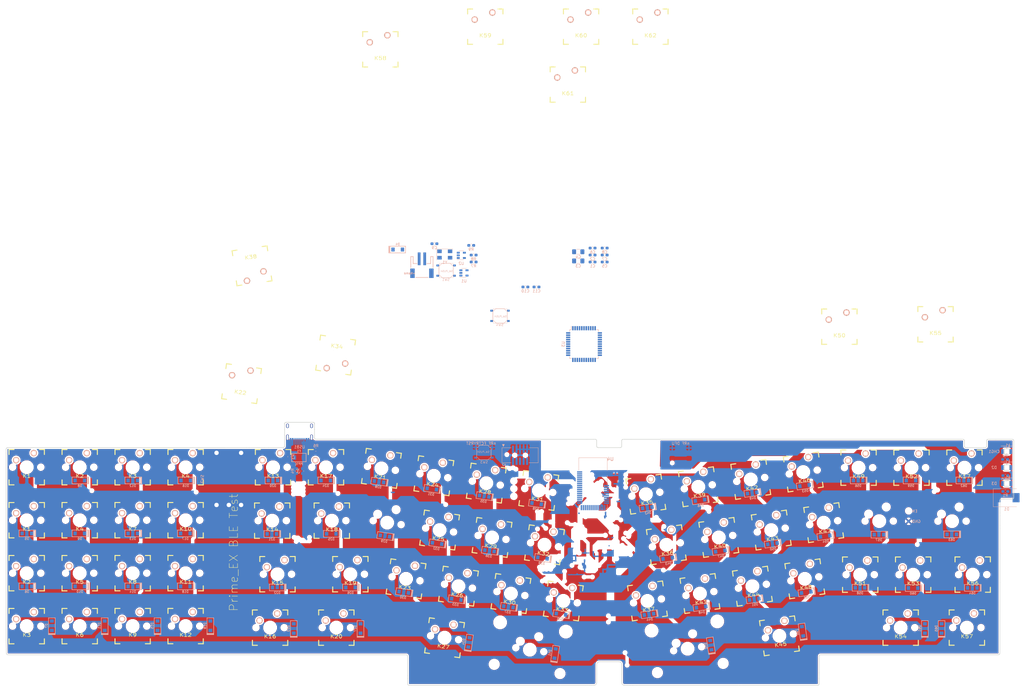
<source format=kicad_pcb>
(kicad_pcb (version 20171130) (host pcbnew "(6.0.0-rc1-dev-1313-gecff2ed38)")
  (layers (0 Top signal) (31 Bottom signal) (34 B.Paste user) (35 F.Paste user) (36 B.SilkS user) (37 F.SilkS user hide) (38 B.Mask user) (39 F.Mask user) (44 Edge.Cuts user))
  (net 0 "")
  (net 1 GND)
  (net 2 +3V3)
  (net 3 VBUS)
  (net 4 VBAT)
  (net 5 /8_BLE_CS)
  (net 6 /4_SWDIO/RST)
  (net 7 /MISO)
  (net 8 /MOSI)
  (net 9 /SCK)
  (net 10 /7_BLE_IRQ)
  (net 11 /CONNECTED)
  (net 12 /MODE)
  (net 13 /SWCLK)
  (net 14 /FCTRYRST)
  (net 15 /DFU)
  (net 16 "Net-(D5-Pad2)")
  (net 17 "Net-(D6-Pad2)")
  (net 18 "Net-(D7-Pad2)")
  (net 19 "Net-(D8-Pad2)")
  (net 20 "Net-(D9-Pad2)")
  (net 21 "Net-(D10-Pad2)")
  (net 22 "Net-(D11-Pad2)")
  (net 23 "Net-(D12-Pad2)")
  (net 24 "Net-(D13-Pad2)")
  (net 25 "Net-(D14-Pad2)")
  (net 26 "Net-(D15-Pad2)")
  (net 27 "Net-(D16-Pad2)")
  (net 28 "Net-(D17-Pad2)")
  (net 29 "Net-(D18-Pad2)")
  (net 30 "Net-(D19-Pad2)")
  (net 31 "Net-(D20-Pad2)")
  (net 32 "Net-(D21-Pad2)")
  (net 33 "Net-(D22-Pad2)")
  (net 34 "Net-(D23-Pad2)")
  (net 35 "Net-(D24-Pad2)")
  (net 36 "Net-(D25-Pad2)")
  (net 37 "Net-(D26-Pad2)")
  (net 38 "Net-(D27-Pad2)")
  (net 39 "Net-(D28-Pad2)")
  (net 40 "Net-(D29-Pad2)")
  (net 41 "Net-(D30-Pad2)")
  (net 42 "Net-(D31-Pad2)")
  (net 43 "Net-(D32-Pad2)")
  (net 44 "Net-(D33-Pad2)")
  (net 45 "Net-(D34-Pad2)")
  (net 46 "Net-(D35-Pad2)")
  (net 47 "Net-(D36-Pad2)")
  (net 48 "Net-(D37-Pad2)")
  (net 49 "Net-(D38-Pad2)")
  (net 50 "Net-(D39-Pad2)")
  (net 51 "Net-(D40-Pad2)")
  (net 52 "Net-(D41-Pad2)")
  (net 53 "Net-(D42-Pad2)")
  (net 54 "Net-(D43-Pad2)")
  (net 55 "Net-(D44-Pad2)")
  (net 56 "Net-(D45-Pad2)")
  (net 57 "Net-(D46-Pad2)")
  (net 58 "Net-(D47-Pad2)")
  (net 59 "Net-(D48-Pad2)")
  (net 60 "Net-(D49-Pad2)")
  (net 61 "Net-(D50-Pad2)")
  (net 62 "Net-(D51-Pad2)")
  (net 63 "Net-(D52-Pad2)")
  (net 64 "Net-(D53-Pad2)")
  (net 65 "Net-(D54-Pad2)")
  (net 66 "Net-(D55-Pad2)")
  (net 67 "Net-(D56-Pad2)")
  (net 68 "Net-(D57-Pad2)")
  (net 69 "Net-(D58-Pad2)")
  (net 70 "Net-(D59-Pad2)")
  (net 71 "Net-(D60-Pad2)")
  (net 72 "Net-(D61-Pad2)")
  (net 73 "Net-(D62-Pad2)")
  (net 74 "Net-(D63-Pad2)")
  (net 75 "Net-(D64-Pad2)")
  (net 76 "Net-(D65-Pad2)")
  (net 77 /Col4)
  (net 78 "Net-(C10-Pad1)")
  (net 79 "Net-(C11-Pad1)")
  (net 80 "Net-(D4-Pad2)")
  (net 81 /Row3)
  (net 82 /Row4)
  (net 83 /Row2)
  (net 84 /Row5)
  (net 85 /Row1)
  (net 86 /Row6)
  (net 87 /Row0)
  (net 88 /Row7)
  (net 89 "Net-(F1-Pad1)")
  (net 90 /Col0)
  (net 91 /Col1)
  (net 92 /Col2)
  (net 93 /Col3)
  (net 94 /Col5)
  (net 95 /Col6)
  (net 96 /Col7)
  (net 97 /Col8)
  (net 98 "Net-(R1-Pad2)")
  (net 99 "Net-(R2-Pad1)")
  (net 100 "Net-(R3-Pad2)")
  (net 101 /D-)
  (net 102 "Net-(R4-Pad1)")
  (net 103 /D+)
  (net 104 "Net-(R6-Pad2)")
  (net 105 "Net-(R7-Pad2)")
  (net 106 "Net-(R8-Pad2)")
  (net 107 "Net-(SW2-Pad2)")
  (net 108 "Net-(SW4-Pad1)")
  (net 109 "Net-(C1-Pad2)")
  (net 110 "Net-(R5-Pad1)")
  (net 111 "Net-(D3-Pad2)")
  (module "Adafruit Feather 32u4 Bluefruit LE:IN-S124BR_LED" (layer Bottom) (at 394.75 115.5)
    (fp_text reference D2 (at -4.5 -5.08 180) (layer B.SilkS) (effects (justify mirror)))
    (fp_text value BLUE)
    (fp_line (start 0.625 -4.08) (end -0.625 -4.08) (layer Edge.Cuts) (width 0.15))
    (fp_line (start 1 -5.705) (end 1 -4.455) (layer Edge.Cuts) (width 0.15))
    (fp_line (start -0.625 -6.08) (end 0.625 -6.08) (layer Edge.Cuts) (width 0.15))
    (fp_line (start -1 -4.455) (end -1 -5.705) (layer Edge.Cuts) (width 0.15))
    (fp_arc (start 0.65 -4.43) (end 1 -4.43) (angle 90) (layer Edge.Cuts) (width 0.15))
    (fp_arc (start -0.65 -4.43) (end -0.65 -4.08) (angle 90) (layer Edge.Cuts) (width 0.15))
    (fp_arc (start -0.65 -5.73) (end -1 -5.73) (angle 90) (layer Edge.Cuts) (width 0.15))
    (fp_arc (start 0.65 -5.73) (end 0.65 -6.08) (angle 90) (layer Edge.Cuts) (width 0.15))
    (pad C smd rect (at 1.5 -5.08) (size 1 1.75) (layers Bottom B.Paste B.Mask))
    (pad A smd rect (at -1.5 -5.08) (size 1 1.75) (layers Bottom B.Paste B.Mask))
  )
  (module "Adafruit Feather 32u4 Bluefruit LE:IN-S124BR_LED" (layer Bottom) (at 394.75 109.75)
    (fp_text reference CHG1 (at -4.5 -5.08) (layer B.SilkS) (effects (justify mirror)))
    (fp_text value ORANGE)
    (fp_arc (start 0.65 -5.73) (end 0.65 -6.08) (angle 90) (layer Edge.Cuts) (width 0.15))
    (fp_arc (start -0.65 -5.73) (end -1 -5.73) (angle 90) (layer Edge.Cuts) (width 0.15))
    (fp_arc (start -0.65 -4.43) (end -0.65 -4.08) (angle 90) (layer Edge.Cuts) (width 0.15))
    (fp_arc (start 0.65 -4.43) (end 1 -4.43) (angle 90) (layer Edge.Cuts) (width 0.15))
    (fp_line (start -1 -4.455) (end -1 -5.705) (layer Edge.Cuts) (width 0.15))
    (fp_line (start -0.625 -6.08) (end 0.625 -6.08) (layer Edge.Cuts) (width 0.15))
    (fp_line (start 1 -5.705) (end 1 -4.455) (layer Edge.Cuts) (width 0.15))
    (fp_line (start 0.625 -4.08) (end -0.625 -4.08) (layer Edge.Cuts) (width 0.15))
    (pad A smd rect (at -1.5 -5.08) (size 1 1.75) (layers Bottom B.Paste B.Mask))
    (pad C smd rect (at 1.5 -5.08) (size 1 1.75) (layers Bottom B.Paste B.Mask))
  )
  (module keyboard_parts:SW_TACTILE_SMD (layer Bottom) (at 206.75 105 180)
    (fp_text reference SW3 (at -0.0762 -3.5 180) (layer B.SilkS) (effects (font (size 0.889 0.889) (thickness 0.1016)) (justify mirror)))
    (fp_text value SW_PUSH (at 0.2032 0.2159 180) (layer B.SilkS) (effects (font (size 0.635 0.635) (thickness 0.0762)) (justify mirror)))
    (pad 1 smd rect (at -2.99974 1.84912 180) (size 0.99822 0.6985) (layers Bottom B.Paste B.Mask) (net 15 /DFU))
    (pad 1 smd rect (at 2.99974 1.84912 180) (size 0.99822 0.6985) (layers Bottom B.Paste B.Mask) (net 15 /DFU))
    (pad 2 smd rect (at -2.99974 -1.84912 180) (size 0.99822 0.6985) (layers Bottom B.Paste B.Mask) (net 1 GND))
    (pad 2 smd rect (at 2.99974 -1.84912 180) (size 0.99822 0.6985) (layers Bottom B.Paste B.Mask) (net 1 GND))
  )
  (module keyboard_parts:2X05_1.27MM_BOX_POSTS (layer Bottom) (at 219.75 106)
    (fp_text reference X2 (at -6.6 3 -180) (layer B.SilkS) (effects (font (size 0.77216 0.77216) (thickness 0.138988)) (justify right top mirror)))
    (fp_text value JTAG-CORTEXBOXPOSTS)
    (pad "" np_thru_hole circle (at 1.905 0) (size 1 1) (drill 1) (layers *.Cu *.Mask))
    (pad "" np_thru_hole circle (at -1.905 0) (size 1 1) (drill 1) (layers *.Cu *.Mask))
    (pad 9 smd rect (at 2.54 -2.15) (size 0.76 2.6) (layers Bottom B.Paste B.Mask) (net 1 GND))
    (pad 7 smd rect (at 1.27 -2.15) (size 0.76 2.6) (layers Bottom B.Paste B.Mask) (net 1 GND))
    (pad 5 smd rect (at 0 -2.15) (size 0.76 2.6) (layers Bottom B.Paste B.Mask) (net 1 GND))
    (pad 3 smd rect (at -1.27 -2.15) (size 0.76 2.6) (layers Bottom B.Paste B.Mask) (net 1 GND))
    (pad 1 smd rect (at -2.54 -2.15) (size 0.76 2.6) (layers Bottom B.Paste B.Mask) (net 2 +3V3))
    (pad 10 smd rect (at 2.54 2.15) (size 0.76 2.6) (layers Bottom B.Paste B.Mask))
    (pad 8 smd rect (at 1.27 2.15) (size 0.76 2.6) (layers Bottom B.Paste B.Mask))
    (pad 6 smd rect (at 0 2.15) (size 0.76 2.6) (layers Bottom B.Paste B.Mask))
    (pad 4 smd rect (at -1.27 2.15) (size 0.76 2.6) (layers Bottom B.Paste B.Mask) (net 13 /SWCLK))
    (pad 2 smd rect (at -2.54 2.15) (size 0.76 2.6) (layers Bottom B.Paste B.Mask) (net 6 /4_SWDIO/RST))
  )
  (module keyboard_parts:CHERRY_PCB_100H (layer Top) (at 42.31 167.45)
    (fp_text reference K3 (at 0 3.175) (layer F.SilkS) (effects (font (size 1.27 1.524) (thickness 0.2032))))
    (fp_text value KEYSW hide)
    (pad HOLE np_thru_hole circle (at 5.08 0) (size 1.7018 1.7018) (drill 1.7018) (layers *.Cu))
    (pad HOLE np_thru_hole circle (at -5.08 0) (size 1.7018 1.7018) (drill 1.7018) (layers *.Cu))
    (pad HOLE np_thru_hole circle (at 0 0) (size 3.9878 3.9878) (drill 3.9878) (layers *.Cu))
    (pad 2 thru_hole circle (at -3.81 -2.54) (size 2.286 2.286) (drill 1.4986) (layers *.Cu *.SilkS *.Mask) (net 17 "Net-(D6-Pad2)"))
    (pad 1 thru_hole circle (at 2.54 -5.08) (size 2.286 2.286) (drill 1.4986) (layers *.Cu *.SilkS *.Mask) (net 91 /Col1))
  )
  (module keyboard_parts:CHERRY_PCB_125H (layer Top) (at 382.55 148.91)
    (fp_text reference K56 (at 0 3.175) (layer F.SilkS) (effects (font (size 1.27 1.524) (thickness 0.2032))))
    (fp_text value KEYSW hide)
    (pad HOLE np_thru_hole circle (at 5.08 0) (size 1.7018 1.7018) (drill 1.7018) (layers *.Cu))
    (pad HOLE np_thru_hole circle (at -5.08 0) (size 1.7018 1.7018) (drill 1.7018) (layers *.Cu))
    (pad HOLE np_thru_hole circle (at 0 0) (size 3.9878 3.9878) (drill 3.9878) (layers *.Cu))
    (pad 2 thru_hole circle (at -3.81 -2.54) (size 2.286 2.286) (drill 1.4986) (layers *.Cu *.SilkS *.Mask) (net 70 "Net-(D59-Pad2)"))
    (pad 1 thru_hole circle (at 2.54 -5.08) (size 2.286 2.286) (drill 1.4986) (layers *.Cu *.SilkS *.Mask) (net 92 /Col2))
  )
  (module keyboard_parts:CHERRY_PCB_125H (layer Top) (at 380.46 167.97)
    (fp_text reference K57 (at 0 3.175) (layer F.SilkS) (effects (font (size 1.27 1.524) (thickness 0.2032))))
    (fp_text value KEYSW hide)
    (pad HOLE np_thru_hole circle (at 5.08 0) (size 1.7018 1.7018) (drill 1.7018) (layers *.Cu))
    (pad HOLE np_thru_hole circle (at -5.08 0) (size 1.7018 1.7018) (drill 1.7018) (layers *.Cu))
    (pad HOLE np_thru_hole circle (at 0 0) (size 3.9878 3.9878) (drill 3.9878) (layers *.Cu))
    (pad 2 thru_hole circle (at -3.81 -2.54) (size 2.286 2.286) (drill 1.4986) (layers *.Cu *.SilkS *.Mask) (net 71 "Net-(D60-Pad2)"))
    (pad 1 thru_hole circle (at 2.54 -5.08) (size 2.286 2.286) (drill 1.4986) (layers *.Cu *.SilkS *.Mask) (net 93 /Col3))
  )
  (module keyboard_parts:CHERRY_PCB_100H (layer Top) (at 42.31 110.28)
    (fp_text reference K1 (at 0 3.175) (layer F.SilkS) (effects (font (size 1.27 1.524) (thickness 0.2032))))
    (fp_text value KEYSW hide)
    (pad HOLE np_thru_hole circle (at 5.08 0) (size 1.7018 1.7018) (drill 1.7018) (layers *.Cu))
    (pad HOLE np_thru_hole circle (at -5.08 0) (size 1.7018 1.7018) (drill 1.7018) (layers *.Cu))
    (pad HOLE np_thru_hole circle (at 0 0) (size 3.9878 3.9878) (drill 3.9878) (layers *.Cu))
    (pad 2 thru_hole circle (at -3.81 -2.54) (size 2.286 2.286) (drill 1.4986) (layers *.Cu *.SilkS *.Mask) (net 80 "Net-(D4-Pad2)"))
    (pad 1 thru_hole circle (at 2.54 -5.08) (size 2.286 2.286) (drill 1.4986) (layers *.Cu *.SilkS *.Mask) (net 90 /Col0))
  )
  (module keyboard_parts:CHERRY_PCB_100H (layer Top) (at 42.31 129.35)
    (fp_text reference K1 (at 0 3.175) (layer F.SilkS) (effects (font (size 1.27 1.524) (thickness 0.2032))))
    (fp_text value KEYSW hide)
    (pad HOLE np_thru_hole circle (at 5.08 0) (size 1.7018 1.7018) (drill 1.7018) (layers *.Cu))
    (pad HOLE np_thru_hole circle (at -5.08 0) (size 1.7018 1.7018) (drill 1.7018) (layers *.Cu))
    (pad HOLE np_thru_hole circle (at 0 0) (size 3.9878 3.9878) (drill 3.9878) (layers *.Cu))
    (pad 2 thru_hole circle (at -3.81 -2.54) (size 2.286 2.286) (drill 1.4986) (layers *.Cu *.SilkS *.Mask) (net 80 "Net-(D4-Pad2)"))
    (pad 1 thru_hole circle (at 2.54 -5.08) (size 2.286 2.286) (drill 1.4986) (layers *.Cu *.SilkS *.Mask) (net 90 /Col0))
  )
  (module keyboard_parts:CHERRY_PCB_100H (layer Top) (at 42.31 148.4)
    (fp_text reference K2 (at 0 3.175) (layer F.SilkS) (effects (font (size 1.27 1.524) (thickness 0.2032))))
    (fp_text value KEYSW hide)
    (pad HOLE np_thru_hole circle (at 5.08 0) (size 1.7018 1.7018) (drill 1.7018) (layers *.Cu))
    (pad HOLE np_thru_hole circle (at -5.08 0) (size 1.7018 1.7018) (drill 1.7018) (layers *.Cu))
    (pad HOLE np_thru_hole circle (at 0 0) (size 3.9878 3.9878) (drill 3.9878) (layers *.Cu))
    (pad 2 thru_hole circle (at -3.81 -2.54) (size 2.286 2.286) (drill 1.4986) (layers *.Cu *.SilkS *.Mask) (net 16 "Net-(D5-Pad2)"))
    (pad 1 thru_hole circle (at 2.54 -5.08) (size 2.286 2.286) (drill 1.4986) (layers *.Cu *.SilkS *.Mask) (net 90 /Col0))
  )
  (module keyboard_parts:CHERRY_PCB_100H (layer Top) (at 61.37 129.34)
    (fp_text reference K4 (at 0 3.175) (layer F.SilkS) (effects (font (size 1.27 1.524) (thickness 0.2032))))
    (fp_text value KEYSW hide)
    (pad HOLE np_thru_hole circle (at 5.08 0) (size 1.7018 1.7018) (drill 1.7018) (layers *.Cu))
    (pad HOLE np_thru_hole circle (at -5.08 0) (size 1.7018 1.7018) (drill 1.7018) (layers *.Cu))
    (pad HOLE np_thru_hole circle (at 0 0) (size 3.9878 3.9878) (drill 3.9878) (layers *.Cu))
    (pad 2 thru_hole circle (at -3.81 -2.54) (size 2.286 2.286) (drill 1.4986) (layers *.Cu *.SilkS *.Mask) (net 18 "Net-(D7-Pad2)"))
    (pad 1 thru_hole circle (at 2.54 -5.08) (size 2.286 2.286) (drill 1.4986) (layers *.Cu *.SilkS *.Mask) (net 91 /Col1))
  )
  (module keyboard_parts:CHERRY_PCB_100H (layer Top) (at 61.36 148.4)
    (fp_text reference K5 (at 0 3.175) (layer F.SilkS) (effects (font (size 1.27 1.524) (thickness 0.2032))))
    (fp_text value KEYSW hide)
    (pad HOLE np_thru_hole circle (at 5.08 0) (size 1.7018 1.7018) (drill 1.7018) (layers *.Cu))
    (pad HOLE np_thru_hole circle (at -5.08 0) (size 1.7018 1.7018) (drill 1.7018) (layers *.Cu))
    (pad HOLE np_thru_hole circle (at 0 0) (size 3.9878 3.9878) (drill 3.9878) (layers *.Cu))
    (pad 2 thru_hole circle (at -3.81 -2.54) (size 2.286 2.286) (drill 1.4986) (layers *.Cu *.SilkS *.Mask) (net 19 "Net-(D8-Pad2)"))
    (pad 1 thru_hole circle (at 2.54 -5.08) (size 2.286 2.286) (drill 1.4986) (layers *.Cu *.SilkS *.Mask) (net 92 /Col2))
  )
  (module keyboard_parts:CHERRY_PCB_100H (layer Top) (at 61.37 167.44)
    (fp_text reference K6 (at 0 3.175) (layer F.SilkS) (effects (font (size 1.27 1.524) (thickness 0.2032))))
    (fp_text value KEYSW hide)
    (pad HOLE np_thru_hole circle (at 5.08 0) (size 1.7018 1.7018) (drill 1.7018) (layers *.Cu))
    (pad HOLE np_thru_hole circle (at -5.08 0) (size 1.7018 1.7018) (drill 1.7018) (layers *.Cu))
    (pad HOLE np_thru_hole circle (at 0 0) (size 3.9878 3.9878) (drill 3.9878) (layers *.Cu))
    (pad 2 thru_hole circle (at -3.81 -2.54) (size 2.286 2.286) (drill 1.4986) (layers *.Cu *.SilkS *.Mask) (net 20 "Net-(D9-Pad2)"))
    (pad 1 thru_hole circle (at 2.54 -5.08) (size 2.286 2.286) (drill 1.4986) (layers *.Cu *.SilkS *.Mask) (net 92 /Col2))
  )
  (module keyboard_parts:CHERRY_PCB_100H (layer Top) (at 80.4 129.34)
    (fp_text reference K7 (at 0 3.175) (layer F.SilkS) (effects (font (size 1.27 1.524) (thickness 0.2032))))
    (fp_text value KEYSW hide)
    (pad HOLE np_thru_hole circle (at 5.08 0) (size 1.7018 1.7018) (drill 1.7018) (layers *.Cu))
    (pad HOLE np_thru_hole circle (at -5.08 0) (size 1.7018 1.7018) (drill 1.7018) (layers *.Cu))
    (pad HOLE np_thru_hole circle (at 0 0) (size 3.9878 3.9878) (drill 3.9878) (layers *.Cu))
    (pad 2 thru_hole circle (at -3.81 -2.54) (size 2.286 2.286) (drill 1.4986) (layers *.Cu *.SilkS *.Mask) (net 21 "Net-(D10-Pad2)"))
    (pad 1 thru_hole circle (at 2.54 -5.08) (size 2.286 2.286) (drill 1.4986) (layers *.Cu *.SilkS *.Mask) (net 93 /Col3))
  )
  (module keyboard_parts:CHERRY_PCB_100H (layer Top) (at 80.42 148.39)
    (fp_text reference K8 (at 0 3.175) (layer F.SilkS) (effects (font (size 1.27 1.524) (thickness 0.2032))))
    (fp_text value KEYSW hide)
    (pad HOLE np_thru_hole circle (at 5.08 0) (size 1.7018 1.7018) (drill 1.7018) (layers *.Cu))
    (pad HOLE np_thru_hole circle (at -5.08 0) (size 1.7018 1.7018) (drill 1.7018) (layers *.Cu))
    (pad HOLE np_thru_hole circle (at 0 0) (size 3.9878 3.9878) (drill 3.9878) (layers *.Cu))
    (pad 2 thru_hole circle (at -3.81 -2.54) (size 2.286 2.286) (drill 1.4986) (layers *.Cu *.SilkS *.Mask) (net 22 "Net-(D11-Pad2)"))
    (pad 1 thru_hole circle (at 2.54 -5.08) (size 2.286 2.286) (drill 1.4986) (layers *.Cu *.SilkS *.Mask) (net 93 /Col3))
  )
  (module keyboard_parts:CHERRY_PCB_100H (layer Top) (at 80.41 167.43)
    (fp_text reference K9 (at 0 3.175) (layer F.SilkS) (effects (font (size 1.27 1.524) (thickness 0.2032))))
    (fp_text value KEYSW hide)
    (pad HOLE np_thru_hole circle (at 5.08 0) (size 1.7018 1.7018) (drill 1.7018) (layers *.Cu))
    (pad HOLE np_thru_hole circle (at -5.08 0) (size 1.7018 1.7018) (drill 1.7018) (layers *.Cu))
    (pad HOLE np_thru_hole circle (at 0 0) (size 3.9878 3.9878) (drill 3.9878) (layers *.Cu))
    (pad 2 thru_hole circle (at -3.81 -2.54) (size 2.286 2.286) (drill 1.4986) (layers *.Cu *.SilkS *.Mask) (net 23 "Net-(D12-Pad2)"))
    (pad 1 thru_hole circle (at 2.54 -5.08) (size 2.286 2.286) (drill 1.4986) (layers *.Cu *.SilkS *.Mask) (net 77 /Col4))
  )
  (module keyboard_parts:CHERRY_PCB_100H (layer Top) (at 99.46 129.34)
    (fp_text reference K10 (at 0 3.175) (layer F.SilkS) (effects (font (size 1.27 1.524) (thickness 0.2032))))
    (fp_text value KEYSW hide)
    (pad HOLE np_thru_hole circle (at 5.08 0) (size 1.7018 1.7018) (drill 1.7018) (layers *.Cu))
    (pad HOLE np_thru_hole circle (at -5.08 0) (size 1.7018 1.7018) (drill 1.7018) (layers *.Cu))
    (pad HOLE np_thru_hole circle (at 0 0) (size 3.9878 3.9878) (drill 3.9878) (layers *.Cu))
    (pad 2 thru_hole circle (at -3.81 -2.54) (size 2.286 2.286) (drill 1.4986) (layers *.Cu *.SilkS *.Mask) (net 24 "Net-(D13-Pad2)"))
    (pad 1 thru_hole circle (at 2.54 -5.08) (size 2.286 2.286) (drill 1.4986) (layers *.Cu *.SilkS *.Mask) (net 77 /Col4))
  )
  (module keyboard_parts:CHERRY_PCB_100H (layer Top) (at 99.46 148.39)
    (fp_text reference K11 (at 0 3.175) (layer F.SilkS) (effects (font (size 1.27 1.524) (thickness 0.2032))))
    (fp_text value KEYSW hide)
    (pad HOLE np_thru_hole circle (at 5.08 0) (size 1.7018 1.7018) (drill 1.7018) (layers *.Cu))
    (pad HOLE np_thru_hole circle (at -5.08 0) (size 1.7018 1.7018) (drill 1.7018) (layers *.Cu))
    (pad HOLE np_thru_hole circle (at 0 0) (size 3.9878 3.9878) (drill 3.9878) (layers *.Cu))
    (pad 2 thru_hole circle (at -3.81 -2.54) (size 2.286 2.286) (drill 1.4986) (layers *.Cu *.SilkS *.Mask) (net 25 "Net-(D14-Pad2)"))
    (pad 1 thru_hole circle (at 2.54 -5.08) (size 2.286 2.286) (drill 1.4986) (layers *.Cu *.SilkS *.Mask) (net 94 /Col5))
  )
  (module keyboard_parts:CHERRY_PCB_100H (layer Top) (at 99.46 167.43)
    (fp_text reference K12 (at 0 3.175) (layer F.SilkS) (effects (font (size 1.27 1.524) (thickness 0.2032))))
    (fp_text value KEYSW hide)
    (pad HOLE np_thru_hole circle (at 5.08 0) (size 1.7018 1.7018) (drill 1.7018) (layers *.Cu))
    (pad HOLE np_thru_hole circle (at -5.08 0) (size 1.7018 1.7018) (drill 1.7018) (layers *.Cu))
    (pad HOLE np_thru_hole circle (at 0 0) (size 3.9878 3.9878) (drill 3.9878) (layers *.Cu))
    (pad 2 thru_hole circle (at -3.81 -2.54) (size 2.286 2.286) (drill 1.4986) (layers *.Cu *.SilkS *.Mask) (net 26 "Net-(D15-Pad2)"))
    (pad 1 thru_hole circle (at 2.54 -5.08) (size 2.286 2.286) (drill 1.4986) (layers *.Cu *.SilkS *.Mask) (net 94 /Col5))
  )
  (module keyboard_parts:CHERRY_PCB_100H (layer Top) (at 130.9 110.29)
    (fp_text reference K13 (at 0 3.175) (layer F.SilkS) (effects (font (size 1.27 1.524) (thickness 0.2032))))
    (fp_text value KEYSW hide)
    (pad HOLE np_thru_hole circle (at 5.08 0) (size 1.7018 1.7018) (drill 1.7018) (layers *.Cu))
    (pad HOLE np_thru_hole circle (at -5.08 0) (size 1.7018 1.7018) (drill 1.7018) (layers *.Cu))
    (pad HOLE np_thru_hole circle (at 0 0) (size 3.9878 3.9878) (drill 3.9878) (layers *.Cu))
    (pad 2 thru_hole circle (at -3.81 -2.54) (size 2.286 2.286) (drill 1.4986) (layers *.Cu *.SilkS *.Mask) (net 27 "Net-(D16-Pad2)"))
    (pad 1 thru_hole circle (at 2.54 -5.08) (size 2.286 2.286) (drill 1.4986) (layers *.Cu *.SilkS *.Mask) (net 95 /Col6))
  )
  (module keyboard_parts:CHERRY_PCB_100H (layer Top) (at 149.95 110.29)
    (fp_text reference K17 (at 0 3.175) (layer F.SilkS) (effects (font (size 1.27 1.524) (thickness 0.2032))))
    (fp_text value KEYSW hide)
    (pad HOLE np_thru_hole circle (at 5.08 0) (size 1.7018 1.7018) (drill 1.7018) (layers *.Cu))
    (pad HOLE np_thru_hole circle (at -5.08 0) (size 1.7018 1.7018) (drill 1.7018) (layers *.Cu))
    (pad HOLE np_thru_hole circle (at 0 0) (size 3.9878 3.9878) (drill 3.9878) (layers *.Cu))
    (pad 2 thru_hole circle (at -3.81 -2.54) (size 2.286 2.286) (drill 1.4986) (layers *.Cu *.SilkS *.Mask) (net 31 "Net-(D20-Pad2)"))
    (pad 1 thru_hole circle (at 2.54 -5.08) (size 2.286 2.286) (drill 1.4986) (layers *.Cu *.SilkS *.Mask) (net 97 /Col8))
  )
  (module keyboard_parts:CHERRY_PCB_100H (layer Top) (at 152.05 129.51)
    (fp_text reference K18 (at 0 3.175) (layer F.SilkS) (effects (font (size 1.27 1.524) (thickness 0.2032))))
    (fp_text value KEYSW hide)
    (pad HOLE np_thru_hole circle (at 5.08 0) (size 1.7018 1.7018) (drill 1.7018) (layers *.Cu))
    (pad HOLE np_thru_hole circle (at -5.08 0) (size 1.7018 1.7018) (drill 1.7018) (layers *.Cu))
    (pad HOLE np_thru_hole circle (at 0 0) (size 3.9878 3.9878) (drill 3.9878) (layers *.Cu))
    (pad 2 thru_hole circle (at -3.81 -2.54) (size 2.286 2.286) (drill 1.4986) (layers *.Cu *.SilkS *.Mask) (net 32 "Net-(D21-Pad2)"))
    (pad 1 thru_hole circle (at 2.54 -5.08) (size 2.286 2.286) (drill 1.4986) (layers *.Cu *.SilkS *.Mask) (net 90 /Col0))
  )
  (module keyboard_parts:CHERRY_PCB_100H (layer Top) (at 158.71 148.77)
    (fp_text reference K19 (at 0 3.175) (layer F.SilkS) (effects (font (size 1.27 1.524) (thickness 0.2032))))
    (fp_text value KEYSW hide)
    (pad HOLE np_thru_hole circle (at 5.08 0) (size 1.7018 1.7018) (drill 1.7018) (layers *.Cu))
    (pad HOLE np_thru_hole circle (at -5.08 0) (size 1.7018 1.7018) (drill 1.7018) (layers *.Cu))
    (pad HOLE np_thru_hole circle (at 0 0) (size 3.9878 3.9878) (drill 3.9878) (layers *.Cu))
    (pad 2 thru_hole circle (at -3.81 -2.54) (size 2.286 2.286) (drill 1.4986) (layers *.Cu *.SilkS *.Mask) (net 33 "Net-(D22-Pad2)"))
    (pad 1 thru_hole circle (at 2.54 -5.08) (size 2.286 2.286) (drill 1.4986) (layers *.Cu *.SilkS *.Mask) (net 90 /Col0))
  )
  (module keyboard_parts:CHERRY_PCB_100H (layer Top) (at 169.88 110.7 352)
    (fp_text reference K21 (at 0 3.175 352) (layer F.SilkS) (effects (font (size 1.27 1.524) (thickness 0.2032))))
    (fp_text value KEYSW hide)
    (pad HOLE np_thru_hole circle (at 5.08 0 352) (size 1.7018 1.7018) (drill 1.7018) (layers *.Cu))
    (pad HOLE np_thru_hole circle (at -5.08 0 352) (size 1.7018 1.7018) (drill 1.7018) (layers *.Cu))
    (pad HOLE np_thru_hole circle (at 0 0 352) (size 3.9878 3.9878) (drill 3.9878) (layers *.Cu))
    (pad 2 thru_hole circle (at -3.81 -2.54 352) (size 2.286 2.286) (drill 1.4986) (layers *.Cu *.SilkS *.Mask) (net 35 "Net-(D24-Pad2)"))
    (pad 1 thru_hole circle (at 2.54 -5.08 352) (size 2.286 2.286) (drill 1.4986) (layers *.Cu *.SilkS *.Mask) (net 91 /Col1))
  )
  (module keyboard_parts:CHERRY_PCB_100H (layer Top) (at 178.73 150.43 352)
    (fp_text reference K23 (at 0 3.175 352) (layer F.SilkS) (effects (font (size 1.27 1.524) (thickness 0.2032))))
    (fp_text value KEYSW hide)
    (pad HOLE np_thru_hole circle (at 5.08 0 352) (size 1.7018 1.7018) (drill 1.7018) (layers *.Cu))
    (pad HOLE np_thru_hole circle (at -5.08 0 352) (size 1.7018 1.7018) (drill 1.7018) (layers *.Cu))
    (pad HOLE np_thru_hole circle (at 0 0 352) (size 3.9878 3.9878) (drill 3.9878) (layers *.Cu))
    (pad 2 thru_hole circle (at -3.81 -2.54 352) (size 2.286 2.286) (drill 1.4986) (layers *.Cu *.SilkS *.Mask) (net 37 "Net-(D26-Pad2)"))
    (pad 1 thru_hole circle (at 2.54 -5.08 352) (size 2.286 2.286) (drill 1.4986) (layers *.Cu *.SilkS *.Mask) (net 92 /Col2))
  )
  (module keyboard_parts:CHERRY_PCB_100H (layer Top) (at 188.74 113.36 352)
    (fp_text reference K24 (at 0 3.175 352) (layer F.SilkS) (effects (font (size 1.27 1.524) (thickness 0.2032))))
    (fp_text value KEYSW hide)
    (pad HOLE np_thru_hole circle (at 5.08 0 352) (size 1.7018 1.7018) (drill 1.7018) (layers *.Cu))
    (pad HOLE np_thru_hole circle (at -5.08 0 352) (size 1.7018 1.7018) (drill 1.7018) (layers *.Cu))
    (pad HOLE np_thru_hole circle (at 0 0 352) (size 3.9878 3.9878) (drill 3.9878) (layers *.Cu))
    (pad 2 thru_hole circle (at -3.81 -2.54 352) (size 2.286 2.286) (drill 1.4986) (layers *.Cu *.SilkS *.Mask) (net 38 "Net-(D27-Pad2)"))
    (pad 1 thru_hole circle (at 2.54 -5.08 352) (size 2.286 2.286) (drill 1.4986) (layers *.Cu *.SilkS *.Mask) (net 93 /Col3))
  )
  (module keyboard_parts:CHERRY_PCB_100H (layer Top) (at 190.81 132.89 352)
    (fp_text reference K25 (at 0 3.175 352) (layer F.SilkS) (effects (font (size 1.27 1.524) (thickness 0.2032))))
    (fp_text value KEYSW hide)
    (pad HOLE np_thru_hole circle (at 5.08 0 352) (size 1.7018 1.7018) (drill 1.7018) (layers *.Cu))
    (pad HOLE np_thru_hole circle (at -5.08 0 352) (size 1.7018 1.7018) (drill 1.7018) (layers *.Cu))
    (pad HOLE np_thru_hole circle (at 0 0 352) (size 3.9878 3.9878) (drill 3.9878) (layers *.Cu))
    (pad 2 thru_hole circle (at -3.81 -2.54 352) (size 2.286 2.286) (drill 1.4986) (layers *.Cu *.SilkS *.Mask) (net 39 "Net-(D28-Pad2)"))
    (pad 1 thru_hole circle (at 2.54 -5.08 352) (size 2.286 2.286) (drill 1.4986) (layers *.Cu *.SilkS *.Mask) (net 93 /Col3))
  )
  (module keyboard_parts:CHERRY_PCB_100H (layer Top) (at 197.59 153.07 352)
    (fp_text reference K26 (at 0 3.175 352) (layer F.SilkS) (effects (font (size 1.27 1.524) (thickness 0.2032))))
    (fp_text value KEYSW hide)
    (pad HOLE np_thru_hole circle (at 5.08 0 352) (size 1.7018 1.7018) (drill 1.7018) (layers *.Cu))
    (pad HOLE np_thru_hole circle (at -5.08 0 352) (size 1.7018 1.7018) (drill 1.7018) (layers *.Cu))
    (pad HOLE np_thru_hole circle (at 0 0 352) (size 3.9878 3.9878) (drill 3.9878) (layers *.Cu))
    (pad 2 thru_hole circle (at -3.81 -2.54 352) (size 2.286 2.286) (drill 1.4986) (layers *.Cu *.SilkS *.Mask) (net 40 "Net-(D29-Pad2)"))
    (pad 1 thru_hole circle (at 2.54 -5.08 352) (size 2.286 2.286) (drill 1.4986) (layers *.Cu *.SilkS *.Mask) (net 77 /Col4))
  )
  (module keyboard_parts:CHERRY_PCB_100H (layer Top) (at 207.6 116.01 352)
    (fp_text reference K28 (at 0 3.175 352) (layer F.SilkS) (effects (font (size 1.27 1.524) (thickness 0.2032))))
    (fp_text value KEYSW hide)
    (pad HOLE np_thru_hole circle (at 5.08 0 352) (size 1.7018 1.7018) (drill 1.7018) (layers *.Cu))
    (pad HOLE np_thru_hole circle (at -5.08 0 352) (size 1.7018 1.7018) (drill 1.7018) (layers *.Cu))
    (pad HOLE np_thru_hole circle (at 0 0 352) (size 3.9878 3.9878) (drill 3.9878) (layers *.Cu))
    (pad 2 thru_hole circle (at -3.81 -2.54 352) (size 2.286 2.286) (drill 1.4986) (layers *.Cu *.SilkS *.Mask) (net 42 "Net-(D31-Pad2)"))
    (pad 1 thru_hole circle (at 2.54 -5.08 352) (size 2.286 2.286) (drill 1.4986) (layers *.Cu *.SilkS *.Mask) (net 94 /Col5))
  )
  (module keyboard_parts:CHERRY_PCB_100H (layer Top) (at 209.67 135.55 352)
    (fp_text reference K29 (at 0 3.175 352) (layer F.SilkS) (effects (font (size 1.27 1.524) (thickness 0.2032))))
    (fp_text value KEYSW hide)
    (pad HOLE np_thru_hole circle (at 5.08 0 352) (size 1.7018 1.7018) (drill 1.7018) (layers *.Cu))
    (pad HOLE np_thru_hole circle (at -5.08 0 352) (size 1.7018 1.7018) (drill 1.7018) (layers *.Cu))
    (pad HOLE np_thru_hole circle (at 0 0 352) (size 3.9878 3.9878) (drill 3.9878) (layers *.Cu))
    (pad 2 thru_hole circle (at -3.81 -2.54 352) (size 2.286 2.286) (drill 1.4986) (layers *.Cu *.SilkS *.Mask) (net 43 "Net-(D32-Pad2)"))
    (pad 1 thru_hole circle (at 2.54 -5.08 352) (size 2.286 2.286) (drill 1.4986) (layers *.Cu *.SilkS *.Mask) (net 94 /Col5))
  )
  (module keyboard_parts:CHERRY_PCB_100H (layer Top) (at 216.46 155.73 352)
    (fp_text reference K30 (at 0 3.175 352) (layer F.SilkS) (effects (font (size 1.27 1.524) (thickness 0.2032))))
    (fp_text value KEYSW hide)
    (pad HOLE np_thru_hole circle (at 5.08 0 352) (size 1.7018 1.7018) (drill 1.7018) (layers *.Cu))
    (pad HOLE np_thru_hole circle (at -5.08 0 352) (size 1.7018 1.7018) (drill 1.7018) (layers *.Cu))
    (pad HOLE np_thru_hole circle (at 0 0 352) (size 3.9878 3.9878) (drill 3.9878) (layers *.Cu))
    (pad 2 thru_hole circle (at -3.81 -2.54 352) (size 2.286 2.286) (drill 1.4986) (layers *.Cu *.SilkS *.Mask) (net 44 "Net-(D33-Pad2)"))
    (pad 1 thru_hole circle (at 2.54 -5.08 352) (size 2.286 2.286) (drill 1.4986) (layers *.Cu *.SilkS *.Mask) (net 95 /Col6))
  )
  (module keyboard_parts:CHERRY_PCB_100H (layer Top) (at 226.48 118.65 352)
    (fp_text reference K31 (at 0 3.175 352) (layer F.SilkS) (effects (font (size 1.27 1.524) (thickness 0.2032))))
    (fp_text value KEYSW hide)
    (pad HOLE np_thru_hole circle (at 5.08 0 352) (size 1.7018 1.7018) (drill 1.7018) (layers *.Cu))
    (pad HOLE np_thru_hole circle (at -5.08 0 352) (size 1.7018 1.7018) (drill 1.7018) (layers *.Cu))
    (pad HOLE np_thru_hole circle (at 0 0 352) (size 3.9878 3.9878) (drill 3.9878) (layers *.Cu))
    (pad 2 thru_hole circle (at -3.81 -2.54 352) (size 2.286 2.286) (drill 1.4986) (layers *.Cu *.SilkS *.Mask) (net 45 "Net-(D34-Pad2)"))
    (pad 1 thru_hole circle (at 2.54 -5.08 352) (size 2.286 2.286) (drill 1.4986) (layers *.Cu *.SilkS *.Mask) (net 95 /Col6))
  )
  (module keyboard_parts:CHERRY_PCB_100H (layer Top) (at 228.54 138.19 352)
    (fp_text reference K32 (at 0 3.175 352) (layer F.SilkS) (effects (font (size 1.27 1.524) (thickness 0.2032))))
    (fp_text value KEYSW hide)
    (pad HOLE np_thru_hole circle (at 5.08 0 352) (size 1.7018 1.7018) (drill 1.7018) (layers *.Cu))
    (pad HOLE np_thru_hole circle (at -5.08 0 352) (size 1.7018 1.7018) (drill 1.7018) (layers *.Cu))
    (pad HOLE np_thru_hole circle (at 0 0 352) (size 3.9878 3.9878) (drill 3.9878) (layers *.Cu))
    (pad 2 thru_hole circle (at -3.81 -2.54 352) (size 2.286 2.286) (drill 1.4986) (layers *.Cu *.SilkS *.Mask) (net 46 "Net-(D35-Pad2)"))
    (pad 1 thru_hole circle (at 2.54 -5.08 352) (size 2.286 2.286) (drill 1.4986) (layers *.Cu *.SilkS *.Mask) (net 96 /Col7))
  )
  (module keyboard_parts:CHERRY_PCB_100H (layer Top) (at 264.99 119.99 8)
    (fp_text reference K35 (at 0 3.175 8) (layer F.SilkS) (effects (font (size 1.27 1.524) (thickness 0.2032))))
    (fp_text value KEYSW hide)
    (pad HOLE np_thru_hole circle (at 5.08 0 8) (size 1.7018 1.7018) (drill 1.7018) (layers *.Cu))
    (pad HOLE np_thru_hole circle (at -5.08 0 8) (size 1.7018 1.7018) (drill 1.7018) (layers *.Cu))
    (pad HOLE np_thru_hole circle (at 0 0 8) (size 3.9878 3.9878) (drill 3.9878) (layers *.Cu))
    (pad 2 thru_hole circle (at -3.81 -2.54 8) (size 2.286 2.286) (drill 1.4986) (layers *.Cu *.SilkS *.Mask) (net 49 "Net-(D38-Pad2)"))
    (pad 1 thru_hole circle (at 2.54 -5.079997 8) (size 2.286 2.286) (drill 1.4986) (layers *.Cu *.SilkS *.Mask) (net 90 /Col0))
  )
  (module keyboard_parts:CHERRY_PCB_100H (layer Top) (at 272.36 138.19 8)
    (fp_text reference K36 (at 0 3.175 8) (layer F.SilkS) (effects (font (size 1.27 1.524) (thickness 0.2032))))
    (fp_text value KEYSW hide)
    (pad HOLE np_thru_hole circle (at 5.08 0 8) (size 1.7018 1.7018) (drill 1.7018) (layers *.Cu))
    (pad HOLE np_thru_hole circle (at -5.08 0 8) (size 1.7018 1.7018) (drill 1.7018) (layers *.Cu))
    (pad HOLE np_thru_hole circle (at 0 0 8) (size 3.9878 3.9878) (drill 3.9878) (layers *.Cu))
    (pad 2 thru_hole circle (at -3.81 -2.54 8) (size 2.286 2.286) (drill 1.4986) (layers *.Cu *.SilkS *.Mask) (net 50 "Net-(D39-Pad2)"))
    (pad 1 thru_hole circle (at 2.54 -5.079997 8) (size 2.286 2.286) (drill 1.4986) (layers *.Cu *.SilkS *.Mask) (net 91 /Col1))
  )
  (module keyboard_parts:CHERRY_PCB_100H (layer Top) (at 265.57 158.38 8)
    (fp_text reference K37 (at 0 3.175 8) (layer F.SilkS) (effects (font (size 1.27 1.524) (thickness 0.2032))))
    (fp_text value KEYSW hide)
    (pad HOLE np_thru_hole circle (at 5.08 0 8) (size 1.7018 1.7018) (drill 1.7018) (layers *.Cu))
    (pad HOLE np_thru_hole circle (at -5.08 0 8) (size 1.7018 1.7018) (drill 1.7018) (layers *.Cu))
    (pad HOLE np_thru_hole circle (at 0 0 8) (size 3.9878 3.9878) (drill 3.9878) (layers *.Cu))
    (pad 2 thru_hole circle (at -3.81 -2.54 8) (size 2.286 2.286) (drill 1.4986) (layers *.Cu *.SilkS *.Mask) (net 51 "Net-(D40-Pad2)"))
    (pad 1 thru_hole circle (at 2.54 -5.079997 8) (size 2.286 2.286) (drill 1.4986) (layers *.Cu *.SilkS *.Mask) (net 91 /Col1))
  )
  (module keyboard_parts:CHERRY_PCB_100H (layer Top) (at 283.85 117.33 8)
    (fp_text reference K39 (at 0 3.175 8) (layer F.SilkS) (effects (font (size 1.27 1.524) (thickness 0.2032))))
    (fp_text value KEYSW hide)
    (pad HOLE np_thru_hole circle (at 5.08 0 8) (size 1.7018 1.7018) (drill 1.7018) (layers *.Cu))
    (pad HOLE np_thru_hole circle (at -5.08 0 8) (size 1.7018 1.7018) (drill 1.7018) (layers *.Cu))
    (pad HOLE np_thru_hole circle (at 0 0 8) (size 3.9878 3.9878) (drill 3.9878) (layers *.Cu))
    (pad 2 thru_hole circle (at -3.81 -2.54 8) (size 2.286 2.286) (drill 1.4986) (layers *.Cu *.SilkS *.Mask) (net 53 "Net-(D42-Pad2)"))
    (pad 1 thru_hole circle (at 2.54 -5.079997 8) (size 2.286 2.286) (drill 1.4986) (layers *.Cu *.SilkS *.Mask) (net 92 /Col2))
  )
  (module keyboard_parts:CHERRY_PCB_100H (layer Top) (at 291.22 135.54 8)
    (fp_text reference K40 (at 0 3.175 8) (layer F.SilkS) (effects (font (size 1.27 1.524) (thickness 0.2032))))
    (fp_text value KEYSW hide)
    (pad HOLE np_thru_hole circle (at 5.08 0 8) (size 1.7018 1.7018) (drill 1.7018) (layers *.Cu))
    (pad HOLE np_thru_hole circle (at -5.08 0 8) (size 1.7018 1.7018) (drill 1.7018) (layers *.Cu))
    (pad HOLE np_thru_hole circle (at 0 0 8) (size 3.9878 3.9878) (drill 3.9878) (layers *.Cu))
    (pad 2 thru_hole circle (at -3.81 -2.54 8) (size 2.286 2.286) (drill 1.4986) (layers *.Cu *.SilkS *.Mask) (net 54 "Net-(D43-Pad2)"))
    (pad 1 thru_hole circle (at 2.54 -5.079997 8) (size 2.286 2.286) (drill 1.4986) (layers *.Cu *.SilkS *.Mask) (net 93 /Col3))
  )
  (module keyboard_parts:CHERRY_PCB_100H (layer Top) (at 284.44 155.73 8)
    (fp_text reference K41 (at 0 3.175 8) (layer F.SilkS) (effects (font (size 1.27 1.524) (thickness 0.2032))))
    (fp_text value KEYSW hide)
    (pad HOLE np_thru_hole circle (at 5.08 0 8) (size 1.7018 1.7018) (drill 1.7018) (layers *.Cu))
    (pad HOLE np_thru_hole circle (at -5.08 0 8) (size 1.7018 1.7018) (drill 1.7018) (layers *.Cu))
    (pad HOLE np_thru_hole circle (at 0 0 8) (size 3.9878 3.9878) (drill 3.9878) (layers *.Cu))
    (pad 2 thru_hole circle (at -3.81 -2.54 8) (size 2.286 2.286) (drill 1.4986) (layers *.Cu *.SilkS *.Mask) (net 55 "Net-(D44-Pad2)"))
    (pad 1 thru_hole circle (at 2.54 -5.079997 8) (size 2.286 2.286) (drill 1.4986) (layers *.Cu *.SilkS *.Mask) (net 93 /Col3))
  )
  (module keyboard_parts:CHERRY_PCB_100H (layer Top) (at 302.72 114.69 8)
    (fp_text reference K42 (at 0 3.175 8) (layer F.SilkS) (effects (font (size 1.27 1.524) (thickness 0.2032))))
    (fp_text value KEYSW hide)
    (pad HOLE np_thru_hole circle (at 5.08 0 8) (size 1.7018 1.7018) (drill 1.7018) (layers *.Cu))
    (pad HOLE np_thru_hole circle (at -5.08 0 8) (size 1.7018 1.7018) (drill 1.7018) (layers *.Cu))
    (pad HOLE np_thru_hole circle (at 0 0 8) (size 3.9878 3.9878) (drill 3.9878) (layers *.Cu))
    (pad 2 thru_hole circle (at -3.81 -2.54 8) (size 2.286 2.286) (drill 1.4986) (layers *.Cu *.SilkS *.Mask) (net 56 "Net-(D45-Pad2)"))
    (pad 1 thru_hole circle (at 2.54 -5.079997 8) (size 2.286 2.286) (drill 1.4986) (layers *.Cu *.SilkS *.Mask) (net 77 /Col4))
  )
  (module keyboard_parts:CHERRY_PCB_100H (layer Top) (at 310.09 132.9 8)
    (fp_text reference K43 (at 0 3.175 8) (layer F.SilkS) (effects (font (size 1.27 1.524) (thickness 0.2032))))
    (fp_text value KEYSW hide)
    (pad HOLE np_thru_hole circle (at 5.08 0 8) (size 1.7018 1.7018) (drill 1.7018) (layers *.Cu))
    (pad HOLE np_thru_hole circle (at -5.08 0 8) (size 1.7018 1.7018) (drill 1.7018) (layers *.Cu))
    (pad HOLE np_thru_hole circle (at 0 0 8) (size 3.9878 3.9878) (drill 3.9878) (layers *.Cu))
    (pad 2 thru_hole circle (at -3.81 -2.54 8) (size 2.286 2.286) (drill 1.4986) (layers *.Cu *.SilkS *.Mask) (net 57 "Net-(D46-Pad2)"))
    (pad 1 thru_hole circle (at 2.54 -5.079997 8) (size 2.286 2.286) (drill 1.4986) (layers *.Cu *.SilkS *.Mask) (net 77 /Col4))
  )
  (module keyboard_parts:CHERRY_PCB_100H (layer Top) (at 303.31 153.08 8)
    (fp_text reference K44 (at 0 3.175 8) (layer F.SilkS) (effects (font (size 1.27 1.524) (thickness 0.2032))))
    (fp_text value KEYSW hide)
    (pad HOLE np_thru_hole circle (at 5.08 0 8) (size 1.7018 1.7018) (drill 1.7018) (layers *.Cu))
    (pad HOLE np_thru_hole circle (at -5.08 0 8) (size 1.7018 1.7018) (drill 1.7018) (layers *.Cu))
    (pad HOLE np_thru_hole circle (at 0 0 8) (size 3.9878 3.9878) (drill 3.9878) (layers *.Cu))
    (pad 2 thru_hole circle (at -3.81 -2.54 8) (size 2.286 2.286) (drill 1.4986) (layers *.Cu *.SilkS *.Mask) (net 58 "Net-(D47-Pad2)"))
    (pad 1 thru_hole circle (at 2.54 -5.079997 8) (size 2.286 2.286) (drill 1.4986) (layers *.Cu *.SilkS *.Mask) (net 94 /Col5))
  )
  (module keyboard_parts:CHERRY_PCB_100H (layer Top) (at 321.59 112.02 8)
    (fp_text reference K46 (at 0 3.175 8) (layer F.SilkS) (effects (font (size 1.27 1.524) (thickness 0.2032))))
    (fp_text value KEYSW hide)
    (pad HOLE np_thru_hole circle (at 5.08 0 8) (size 1.7018 1.7018) (drill 1.7018) (layers *.Cu))
    (pad HOLE np_thru_hole circle (at -5.08 0 8) (size 1.7018 1.7018) (drill 1.7018) (layers *.Cu))
    (pad HOLE np_thru_hole circle (at 0 0 8) (size 3.9878 3.9878) (drill 3.9878) (layers *.Cu))
    (pad 2 thru_hole circle (at -3.81 -2.54 8) (size 2.286 2.286) (drill 1.4986) (layers *.Cu *.SilkS *.Mask) (net 60 "Net-(D49-Pad2)"))
    (pad 1 thru_hole circle (at 2.54 -5.079997 8) (size 2.286 2.286) (drill 1.4986) (layers *.Cu *.SilkS *.Mask) (net 95 /Col6))
  )
  (module keyboard_parts:CHERRY_PCB_100H (layer Top) (at 328.95 130.23 8)
    (fp_text reference K47 (at 0 3.175 8) (layer F.SilkS) (effects (font (size 1.27 1.524) (thickness 0.2032))))
    (fp_text value KEYSW hide)
    (pad HOLE np_thru_hole circle (at 5.08 0 8) (size 1.7018 1.7018) (drill 1.7018) (layers *.Cu))
    (pad HOLE np_thru_hole circle (at -5.08 0 8) (size 1.7018 1.7018) (drill 1.7018) (layers *.Cu))
    (pad HOLE np_thru_hole circle (at 0 0 8) (size 3.9878 3.9878) (drill 3.9878) (layers *.Cu))
    (pad 2 thru_hole circle (at -3.81 -2.54 8) (size 2.286 2.286) (drill 1.4986) (layers *.Cu *.SilkS *.Mask) (net 61 "Net-(D50-Pad2)"))
    (pad 1 thru_hole circle (at 2.54 -5.079997 8) (size 2.286 2.286) (drill 1.4986) (layers *.Cu *.SilkS *.Mask) (net 95 /Col6))
  )
  (module keyboard_parts:CHERRY_PCB_100H (layer Top) (at 322.17 150.43 8)
    (fp_text reference K48 (at 0 3.175 8) (layer F.SilkS) (effects (font (size 1.27 1.524) (thickness 0.2032))))
    (fp_text value KEYSW hide)
    (pad HOLE np_thru_hole circle (at 5.08 0 8) (size 1.7018 1.7018) (drill 1.7018) (layers *.Cu))
    (pad HOLE np_thru_hole circle (at -5.08 0 8) (size 1.7018 1.7018) (drill 1.7018) (layers *.Cu))
    (pad HOLE np_thru_hole circle (at 0 0 8) (size 3.9878 3.9878) (drill 3.9878) (layers *.Cu))
    (pad 2 thru_hole circle (at -3.81 -2.54 8) (size 2.286 2.286) (drill 1.4986) (layers *.Cu *.SilkS *.Mask) (net 62 "Net-(D51-Pad2)"))
    (pad 1 thru_hole circle (at 2.54 -5.079997 8) (size 2.286 2.286) (drill 1.4986) (layers *.Cu *.SilkS *.Mask) (net 96 /Col7))
  )
  (module keyboard_parts:CHERRY_PCB_100H (layer Top) (at 341.5 110.44)
    (fp_text reference K49 (at 0 3.175) (layer F.SilkS) (effects (font (size 1.27 1.524) (thickness 0.2032))))
    (fp_text value KEYSW hide)
    (pad HOLE np_thru_hole circle (at 5.08 0) (size 1.7018 1.7018) (drill 1.7018) (layers *.Cu))
    (pad HOLE np_thru_hole circle (at -5.08 0) (size 1.7018 1.7018) (drill 1.7018) (layers *.Cu))
    (pad HOLE np_thru_hole circle (at 0 0) (size 3.9878 3.9878) (drill 3.9878) (layers *.Cu))
    (pad 2 thru_hole circle (at -3.81 -2.54) (size 2.286 2.286) (drill 1.4986) (layers *.Cu *.SilkS *.Mask) (net 63 "Net-(D52-Pad2)"))
    (pad 1 thru_hole circle (at 2.54 -5.08) (size 2.286 2.286) (drill 1.4986) (layers *.Cu *.SilkS *.Mask) (net 96 /Col7))
  )
  (module keyboard_parts:CHERRY_PCB_100H (layer Top) (at 342.09 148.93)
    (fp_text reference K51 (at 0 3.175) (layer F.SilkS) (effects (font (size 1.27 1.524) (thickness 0.2032))))
    (fp_text value KEYSW hide)
    (pad HOLE np_thru_hole circle (at 5.08 0) (size 1.7018 1.7018) (drill 1.7018) (layers *.Cu))
    (pad HOLE np_thru_hole circle (at -5.08 0) (size 1.7018 1.7018) (drill 1.7018) (layers *.Cu))
    (pad HOLE np_thru_hole circle (at 0 0) (size 3.9878 3.9878) (drill 3.9878) (layers *.Cu))
    (pad 2 thru_hole circle (at -3.81 -2.54) (size 2.286 2.286) (drill 1.4986) (layers *.Cu *.SilkS *.Mask) (net 65 "Net-(D54-Pad2)"))
    (pad 1 thru_hole circle (at 2.54 -5.08) (size 2.286 2.286) (drill 1.4986) (layers *.Cu *.SilkS *.Mask) (net 90 /Col0))
  )
  (module keyboard_parts:CHERRY_PCB_100H (layer Top) (at 360.54 110.44)
    (fp_text reference K52 (at 0 3.175) (layer F.SilkS) (effects (font (size 1.27 1.524) (thickness 0.2032))))
    (fp_text value KEYSW hide)
    (pad HOLE np_thru_hole circle (at 5.08 0) (size 1.7018 1.7018) (drill 1.7018) (layers *.Cu))
    (pad HOLE np_thru_hole circle (at -5.08 0) (size 1.7018 1.7018) (drill 1.7018) (layers *.Cu))
    (pad HOLE np_thru_hole circle (at 0 0) (size 3.9878 3.9878) (drill 3.9878) (layers *.Cu))
    (pad 2 thru_hole circle (at -3.81 -2.54) (size 2.286 2.286) (drill 1.4986) (layers *.Cu *.SilkS *.Mask) (net 66 "Net-(D55-Pad2)"))
    (pad 1 thru_hole circle (at 2.54 -5.08) (size 2.286 2.286) (drill 1.4986) (layers *.Cu *.SilkS *.Mask) (net 90 /Col0))
  )
  (module keyboard_parts:CHERRY_PCB_100H (layer Top) (at 361.13 148.93)
    (fp_text reference K53 (at 0 3.175) (layer F.SilkS) (effects (font (size 1.27 1.524) (thickness 0.2032))))
    (fp_text value KEYSW hide)
    (pad HOLE np_thru_hole circle (at 5.08 0) (size 1.7018 1.7018) (drill 1.7018) (layers *.Cu))
    (pad HOLE np_thru_hole circle (at -5.08 0) (size 1.7018 1.7018) (drill 1.7018) (layers *.Cu))
    (pad HOLE np_thru_hole circle (at 0 0) (size 3.9878 3.9878) (drill 3.9878) (layers *.Cu))
    (pad 2 thru_hole circle (at -3.81 -2.54) (size 2.286 2.286) (drill 1.4986) (layers *.Cu *.SilkS *.Mask) (net 67 "Net-(D56-Pad2)"))
    (pad 1 thru_hole circle (at 2.54 -5.08) (size 2.286 2.286) (drill 1.4986) (layers *.Cu *.SilkS *.Mask) (net 91 /Col1))
  )
  (module keyboard_parts:CHERRY_PCB_100H (layer Top) (at 61.37 110.28)
    (fp_text reference K2 (at 0 3.175) (layer F.SilkS) (effects (font (size 1.27 1.524) (thickness 0.2032))))
    (fp_text value KEYSW hide)
    (pad HOLE np_thru_hole circle (at 5.08 0) (size 1.7018 1.7018) (drill 1.7018) (layers *.Cu))
    (pad HOLE np_thru_hole circle (at -5.08 0) (size 1.7018 1.7018) (drill 1.7018) (layers *.Cu))
    (pad HOLE np_thru_hole circle (at 0 0) (size 3.9878 3.9878) (drill 3.9878) (layers *.Cu))
    (pad 2 thru_hole circle (at -3.81 -2.54) (size 2.286 2.286) (drill 1.4986) (layers *.Cu *.SilkS *.Mask) (net 16 "Net-(D5-Pad2)"))
    (pad 1 thru_hole circle (at 2.54 -5.08) (size 2.286 2.286) (drill 1.4986) (layers *.Cu *.SilkS *.Mask) (net 90 /Col0))
  )
  (module keyboard_parts:CHERRY_PCB_100H (layer Top) (at 80.41 110.29)
    (fp_text reference K3 (at 0 3.175) (layer F.SilkS) (effects (font (size 1.27 1.524) (thickness 0.2032))))
    (fp_text value KEYSW hide)
    (pad HOLE np_thru_hole circle (at 5.08 0) (size 1.7018 1.7018) (drill 1.7018) (layers *.Cu))
    (pad HOLE np_thru_hole circle (at -5.08 0) (size 1.7018 1.7018) (drill 1.7018) (layers *.Cu))
    (pad HOLE np_thru_hole circle (at 0 0) (size 3.9878 3.9878) (drill 3.9878) (layers *.Cu))
    (pad 2 thru_hole circle (at -3.81 -2.54) (size 2.286 2.286) (drill 1.4986) (layers *.Cu *.SilkS *.Mask) (net 17 "Net-(D6-Pad2)"))
    (pad 1 thru_hole circle (at 2.54 -5.08) (size 2.286 2.286) (drill 1.4986) (layers *.Cu *.SilkS *.Mask) (net 91 /Col1))
  )
  (module keyboard_parts:CHERRY_PCB_100H (layer Top) (at 99.46 110.29)
    (fp_text reference K4 (at 0 3.175) (layer F.SilkS) (effects (font (size 1.27 1.524) (thickness 0.2032))))
    (fp_text value KEYSW hide)
    (pad HOLE np_thru_hole circle (at 5.08 0) (size 1.7018 1.7018) (drill 1.7018) (layers *.Cu))
    (pad HOLE np_thru_hole circle (at -5.08 0) (size 1.7018 1.7018) (drill 1.7018) (layers *.Cu))
    (pad HOLE np_thru_hole circle (at 0 0) (size 3.9878 3.9878) (drill 3.9878) (layers *.Cu))
    (pad 2 thru_hole circle (at -3.81 -2.54) (size 2.286 2.286) (drill 1.4986) (layers *.Cu *.SilkS *.Mask) (net 18 "Net-(D7-Pad2)"))
    (pad 1 thru_hole circle (at 2.54 -5.08) (size 2.286 2.286) (drill 1.4986) (layers *.Cu *.SilkS *.Mask) (net 91 /Col1))
  )
  (module keyboard_parts:CHERRY_PCB_100H (layer Top) (at 379.59 110.44)
    (fp_text reference K17 (at 0 3.175) (layer F.SilkS) (effects (font (size 1.27 1.524) (thickness 0.2032))))
    (fp_text value KEYSW hide)
    (pad HOLE np_thru_hole circle (at 5.08 0) (size 1.7018 1.7018) (drill 1.7018) (layers *.Cu))
    (pad HOLE np_thru_hole circle (at -5.08 0) (size 1.7018 1.7018) (drill 1.7018) (layers *.Cu))
    (pad HOLE np_thru_hole circle (at 0 0) (size 3.9878 3.9878) (drill 3.9878) (layers *.Cu))
    (pad 2 thru_hole circle (at -3.81 -2.54) (size 2.286 2.286) (drill 1.4986) (layers *.Cu *.SilkS *.Mask) (net 31 "Net-(D20-Pad2)"))
    (pad 1 thru_hole circle (at 2.54 -5.08) (size 2.286 2.286) (drill 1.4986) (layers *.Cu *.SilkS *.Mask) (net 97 /Col8))
  )
  (module keyboard_parts:D_SOD123 (layer Bottom) (at 42.36 134.1025 180)
    (fp_text reference D5 (at 0 -1.925 180) (layer B.SilkS) (effects (font (size 0.8 0.8)) (justify mirror)))
    (fp_text value D hide)
    (pad 2 smd rect (at 1.7 0 180) (size 1.2 1.4) (layers Bottom B.Paste B.Mask) (net 16 "Net-(D5-Pad2)"))
    (pad 1 smd rect (at -1.7 0 180) (size 1.2 1.4) (layers Bottom B.Paste B.Mask) (net 82 /Row4))
  )
  (module keyboard_parts:D_SOD123 (layer Bottom) (at 42.36 153.1525 180)
    (fp_text reference D6 (at 0 -1.925 180) (layer B.SilkS) (effects (font (size 0.8 0.8)) (justify mirror)))
    (fp_text value D hide)
    (pad 1 smd rect (at -1.7 0 180) (size 1.2 1.4) (layers Bottom B.Paste B.Mask) (net 81 /Row3))
    (pad 2 smd rect (at 1.7 0 180) (size 1.2 1.4) (layers Bottom B.Paste B.Mask) (net 17 "Net-(D6-Pad2)"))
  )
  (module keyboard_parts:D_SOD123 (layer Bottom) (at 51.36 167.29 90)
    (fp_text reference D7 (at 0 -1.925 90) (layer B.SilkS) (effects (font (size 0.8 0.8)) (justify mirror)))
    (fp_text value D hide)
    (pad 1 smd rect (at -1.7 0 90) (size 1.2 1.4) (layers Bottom B.Paste B.Mask) (net 82 /Row4))
    (pad 2 smd rect (at 1.7 0 90) (size 1.2 1.4) (layers Bottom B.Paste B.Mask) (net 18 "Net-(D7-Pad2)"))
  )
  (module keyboard_parts:D_SOD123 (layer Bottom) (at 61.41 115.0525 180)
    (fp_text reference D8 (at 0 -1.925 180) (layer B.SilkS) (effects (font (size 0.8 0.8)) (justify mirror)))
    (fp_text value D hide)
    (pad 2 smd rect (at 1.7 0 180) (size 1.2 1.4) (layers Bottom B.Paste B.Mask) (net 19 "Net-(D8-Pad2)"))
    (pad 1 smd rect (at -1.7 0 180) (size 1.2 1.4) (layers Bottom B.Paste B.Mask) (net 81 /Row3))
  )
  (module keyboard_parts:D_SOD123 (layer Bottom) (at 61.41 134.1025 180)
    (fp_text reference D9 (at 0 -1.925 180) (layer B.SilkS) (effects (font (size 0.8 0.8)) (justify mirror)))
    (fp_text value D hide)
    (pad 1 smd rect (at -1.7 0 180) (size 1.2 1.4) (layers Bottom B.Paste B.Mask) (net 82 /Row4))
    (pad 2 smd rect (at 1.7 0 180) (size 1.2 1.4) (layers Bottom B.Paste B.Mask) (net 20 "Net-(D9-Pad2)"))
  )
  (module keyboard_parts:D_SOD123 (layer Bottom) (at 61.41 153.1525 180)
    (fp_text reference D10 (at 0 -1.925 180) (layer B.SilkS) (effects (font (size 0.8 0.8)) (justify mirror)))
    (fp_text value D hide)
    (pad 1 smd rect (at -1.7 0 180) (size 1.2 1.4) (layers Bottom B.Paste B.Mask) (net 81 /Row3))
    (pad 2 smd rect (at 1.7 0 180) (size 1.2 1.4) (layers Bottom B.Paste B.Mask) (net 21 "Net-(D10-Pad2)"))
  )
  (module keyboard_parts:D_SOD123 (layer Bottom) (at 70.36 167.29 90)
    (fp_text reference D11 (at 0 -1.925 90) (layer B.SilkS) (effects (font (size 0.8 0.8)) (justify mirror)))
    (fp_text value D hide)
    (pad 2 smd rect (at 1.7 0 90) (size 1.2 1.4) (layers Bottom B.Paste B.Mask) (net 22 "Net-(D11-Pad2)"))
    (pad 1 smd rect (at -1.7 0 90) (size 1.2 1.4) (layers Bottom B.Paste B.Mask) (net 82 /Row4))
  )
  (module keyboard_parts:D_SOD123 (layer Bottom) (at 80.46 115.0525 180)
    (fp_text reference D12 (at 0 -1.925 180) (layer B.SilkS) (effects (font (size 0.8 0.8)) (justify mirror)))
    (fp_text value D hide)
    (pad 1 smd rect (at -1.7 0 180) (size 1.2 1.4) (layers Bottom B.Paste B.Mask) (net 81 /Row3))
    (pad 2 smd rect (at 1.7 0 180) (size 1.2 1.4) (layers Bottom B.Paste B.Mask) (net 23 "Net-(D12-Pad2)"))
  )
  (module keyboard_parts:D_SOD123 (layer Bottom) (at 80.46 134.1025 180)
    (fp_text reference D13 (at 0 -1.925 180) (layer B.SilkS) (effects (font (size 0.8 0.8)) (justify mirror)))
    (fp_text value D hide)
    (pad 2 smd rect (at 1.7 0 180) (size 1.2 1.4) (layers Bottom B.Paste B.Mask) (net 24 "Net-(D13-Pad2)"))
    (pad 1 smd rect (at -1.7 0 180) (size 1.2 1.4) (layers Bottom B.Paste B.Mask) (net 82 /Row4))
  )
  (module keyboard_parts:D_SOD123 (layer Bottom) (at 80.46 153.1525 180)
    (fp_text reference D14 (at 0 -1.925 180) (layer B.SilkS) (effects (font (size 0.8 0.8)) (justify mirror)))
    (fp_text value D hide)
    (pad 1 smd rect (at -1.7 0 180) (size 1.2 1.4) (layers Bottom B.Paste B.Mask) (net 81 /Row3))
    (pad 2 smd rect (at 1.7 0 180) (size 1.2 1.4) (layers Bottom B.Paste B.Mask) (net 25 "Net-(D14-Pad2)"))
  )
  (module keyboard_parts:D_SOD123 (layer Bottom) (at 89.36 167.29 90)
    (fp_text reference D15 (at 0 -1.925 90) (layer B.SilkS) (effects (font (size 0.8 0.8)) (justify mirror)))
    (fp_text value D hide)
    (pad 1 smd rect (at -1.7 0 90) (size 1.2 1.4) (layers Bottom B.Paste B.Mask) (net 82 /Row4))
    (pad 2 smd rect (at 1.7 0 90) (size 1.2 1.4) (layers Bottom B.Paste B.Mask) (net 26 "Net-(D15-Pad2)"))
  )
  (module keyboard_parts:D_SOD123 (layer Bottom) (at 99.51 115.0525 180)
    (fp_text reference D16 (at 0 -1.925 180) (layer B.SilkS) (effects (font (size 0.8 0.8)) (justify mirror)))
    (fp_text value D hide)
    (pad 2 smd rect (at 1.7 0 180) (size 1.2 1.4) (layers Bottom B.Paste B.Mask) (net 27 "Net-(D16-Pad2)"))
    (pad 1 smd rect (at -1.7 0 180) (size 1.2 1.4) (layers Bottom B.Paste B.Mask) (net 81 /Row3))
  )
  (module keyboard_parts:D_SOD123 (layer Bottom) (at 99.36 134.1025 180)
    (fp_text reference D17 (at 0 -1.925 180) (layer B.SilkS) (effects (font (size 0.8 0.8)) (justify mirror)))
    (fp_text value D hide)
    (pad 1 smd rect (at -1.7 0 180) (size 1.2 1.4) (layers Bottom B.Paste B.Mask) (net 82 /Row4))
    (pad 2 smd rect (at 1.7 0 180) (size 1.2 1.4) (layers Bottom B.Paste B.Mask) (net 28 "Net-(D17-Pad2)"))
  )
  (module keyboard_parts:D_SOD123 (layer Bottom) (at 99.36 153.1525 180)
    (fp_text reference D18 (at 0 -1.925 180) (layer B.SilkS) (effects (font (size 0.8 0.8)) (justify mirror)))
    (fp_text value D hide)
    (pad 2 smd rect (at 1.7 0 180) (size 1.2 1.4) (layers Bottom B.Paste B.Mask) (net 29 "Net-(D18-Pad2)"))
    (pad 1 smd rect (at -1.7 0 180) (size 1.2 1.4) (layers Bottom B.Paste B.Mask) (net 81 /Row3))
  )
  (module keyboard_parts:D_SOD123 (layer Bottom) (at 108.36 167.29 90)
    (fp_text reference D19 (at 0 -1.925 90) (layer B.SilkS) (effects (font (size 0.8 0.8)) (justify mirror)))
    (fp_text value D hide)
    (pad 2 smd rect (at 1.7 0 90) (size 1.2 1.4) (layers Bottom B.Paste B.Mask) (net 30 "Net-(D19-Pad2)"))
    (pad 1 smd rect (at -1.7 0 90) (size 1.2 1.4) (layers Bottom B.Paste B.Mask) (net 82 /Row4))
  )
  (module keyboard_parts:D_SOD123 (layer Bottom) (at 130.86 115.0525 180)
    (fp_text reference D20 (at 0 -1.925 180) (layer B.SilkS) (effects (font (size 0.8 0.8)) (justify mirror)))
    (fp_text value D hide)
    (pad 1 smd rect (at -1.7 0 180) (size 1.2 1.4) (layers Bottom B.Paste B.Mask) (net 81 /Row3))
    (pad 2 smd rect (at 1.7 0 180) (size 1.2 1.4) (layers Bottom B.Paste B.Mask) (net 31 "Net-(D20-Pad2)"))
  )
  (module keyboard_parts:D_SOD123 (layer Bottom) (at 130.46625 134.29 180)
    (fp_text reference D21 (at 0 -1.925 180) (layer B.SilkS) (effects (font (size 0.8 0.8)) (justify mirror)))
    (fp_text value D hide)
    (pad 2 smd rect (at 1.7 0 180) (size 1.2 1.4) (layers Bottom B.Paste B.Mask) (net 32 "Net-(D21-Pad2)"))
    (pad 1 smd rect (at -1.7 0 180) (size 1.2 1.4) (layers Bottom B.Paste B.Mask) (net 83 /Row2))
  )
  (module keyboard_parts:D_SOD123 (layer Bottom) (at 132.41 153.54 180)
    (fp_text reference D22 (at 0 -1.925 180) (layer B.SilkS) (effects (font (size 0.8 0.8)) (justify mirror)))
    (fp_text value D hide)
    (pad 1 smd rect (at -1.7 0 180) (size 1.2 1.4) (layers Bottom B.Paste B.Mask) (net 84 /Row5))
    (pad 2 smd rect (at 1.7 0 180) (size 1.2 1.4) (layers Bottom B.Paste B.Mask) (net 33 "Net-(D22-Pad2)"))
  )
  (module keyboard_parts:D_SOD123 (layer Bottom) (at 138.36 168.29 90)
    (fp_text reference D23 (at 0 -1.925 90) (layer B.SilkS) (effects (font (size 0.8 0.8)) (justify mirror)))
    (fp_text value D hide)
    (pad 2 smd rect (at 1.7 0 90) (size 1.2 1.4) (layers Bottom B.Paste B.Mask) (net 34 "Net-(D23-Pad2)"))
    (pad 1 smd rect (at -1.7 0 90) (size 1.2 1.4) (layers Bottom B.Paste B.Mask) (net 83 /Row2))
  )
  (module keyboard_parts:D_SOD123 (layer Bottom) (at 149.86 115.0525 180)
    (fp_text reference D24 (at 0 -1.925 180) (layer B.SilkS) (effects (font (size 0.8 0.8)) (justify mirror)))
    (fp_text value D hide)
    (pad 2 smd rect (at 1.7 0 180) (size 1.2 1.4) (layers Bottom B.Paste B.Mask) (net 35 "Net-(D24-Pad2)"))
    (pad 1 smd rect (at -1.7 0 180) (size 1.2 1.4) (layers Bottom B.Paste B.Mask) (net 84 /Row5))
  )
  (module keyboard_parts:D_SOD123 (layer Bottom) (at 151.86 134.24 180)
    (fp_text reference D25 (at 0 -1.925 180) (layer B.SilkS) (effects (font (size 0.8 0.8)) (justify mirror)))
    (fp_text value D hide)
    (pad 1 smd rect (at -1.7 0 180) (size 1.2 1.4) (layers Bottom B.Paste B.Mask) (net 83 /Row2))
    (pad 2 smd rect (at 1.7 0 180) (size 1.2 1.4) (layers Bottom B.Paste B.Mask) (net 36 "Net-(D25-Pad2)"))
  )
  (module keyboard_parts:D_SOD123 (layer Bottom) (at 158.76 153.54 180)
    (fp_text reference D26 (at 0 -1.925 180) (layer B.SilkS) (effects (font (size 0.8 0.8)) (justify mirror)))
    (fp_text value D hide)
    (pad 2 smd rect (at 1.7 0 180) (size 1.2 1.4) (layers Bottom B.Paste B.Mask) (net 37 "Net-(D26-Pad2)"))
    (pad 1 smd rect (at -1.7 0 180) (size 1.2 1.4) (layers Bottom B.Paste B.Mask) (net 84 /Row5))
  )
  (module keyboard_parts:D_SOD123 (layer Bottom) (at 162.36 168.29 90)
    (fp_text reference D27 (at 0 -1.925 90) (layer B.SilkS) (effects (font (size 0.8 0.8)) (justify mirror)))
    (fp_text value D hide)
    (pad 2 smd rect (at 1.7 0 90) (size 1.2 1.4) (layers Bottom B.Paste B.Mask) (net 38 "Net-(D27-Pad2)"))
    (pad 1 smd rect (at -1.7 0 90) (size 1.2 1.4) (layers Bottom B.Paste B.Mask) (net 83 /Row2))
  )
  (module keyboard_parts:D_SOD123 (layer Bottom) (at 169.01 115.49 172)
    (fp_text reference D28 (at 0 -1.925 172) (layer B.SilkS) (effects (font (size 0.8 0.8)) (justify mirror)))
    (fp_text value D hide)
    (pad 1 smd rect (at -1.7 0 172) (size 1.2 1.4) (layers Bottom B.Paste B.Mask) (net 84 /Row5))
    (pad 2 smd rect (at 1.7 0 172) (size 1.2 1.4) (layers Bottom B.Paste B.Mask) (net 39 "Net-(D28-Pad2)"))
  )
  (module keyboard_parts:D_SOD123 (layer Bottom) (at 171.16 135.04 172)
    (fp_text reference D29 (at 0 -1.925 172) (layer B.SilkS) (effects (font (size 0.8 0.8)) (justify mirror)))
    (fp_text value D hide)
    (pad 2 smd rect (at 1.7 0 172) (size 1.2 1.4) (layers Bottom B.Paste B.Mask) (net 40 "Net-(D29-Pad2)"))
    (pad 1 smd rect (at -1.7 0 172) (size 1.2 1.4) (layers Bottom B.Paste B.Mask) (net 83 /Row2))
  )
  (module keyboard_parts:D_SOD123 (layer Bottom) (at 177.91 155.24 172)
    (fp_text reference D30 (at 0 -1.925 172) (layer B.SilkS) (effects (font (size 0.8 0.8)) (justify mirror)))
    (fp_text value D hide)
    (pad 1 smd rect (at -1.7 0 172) (size 1.2 1.4) (layers Bottom B.Paste B.Mask) (net 84 /Row5))
    (pad 2 smd rect (at 1.7 0 172) (size 1.2 1.4) (layers Bottom B.Paste B.Mask) (net 41 "Net-(D30-Pad2)"))
  )
  (module keyboard_parts:D_SOD123 (layer Bottom) (at 188.01 118.09 172)
    (fp_text reference D31 (at 0 -1.925 172) (layer B.SilkS) (effects (font (size 0.8 0.8)) (justify mirror)))
    (fp_text value D hide)
    (pad 1 smd rect (at -1.7 0 172) (size 1.2 1.4) (layers Bottom B.Paste B.Mask) (net 83 /Row2))
    (pad 2 smd rect (at 1.7 0 172) (size 1.2 1.4) (layers Bottom B.Paste B.Mask) (net 42 "Net-(D31-Pad2)"))
  )
  (module keyboard_parts:D_SOD123 (layer Bottom) (at 189.91 137.69 172)
    (fp_text reference D32 (at 0 -1.925 172) (layer B.SilkS) (effects (font (size 0.8 0.8)) (justify mirror)))
    (fp_text value D hide)
    (pad 2 smd rect (at 1.7 0 172) (size 1.2 1.4) (layers Bottom B.Paste B.Mask) (net 43 "Net-(D32-Pad2)"))
    (pad 1 smd rect (at -1.7 0 172) (size 1.2 1.4) (layers Bottom B.Paste B.Mask) (net 84 /Row5))
  )
  (module keyboard_parts:D_SOD123 (layer Bottom) (at 196.81 157.79 172)
    (fp_text reference D33 (at 0 -1.925 172) (layer B.SilkS) (effects (font (size 0.8 0.8)) (justify mirror)))
    (fp_text value D hide)
    (pad 2 smd rect (at 1.7 0 172) (size 1.2 1.4) (layers Bottom B.Paste B.Mask) (net 44 "Net-(D33-Pad2)"))
    (pad 1 smd rect (at -1.7 0 172) (size 1.2 1.4) (layers Bottom B.Paste B.Mask) (net 83 /Row2))
  )
  (module keyboard_parts:D_SOD123 (layer Bottom) (at 201.36 173.29 82)
    (fp_text reference D34 (at 0 -1.925 82) (layer B.SilkS) (effects (font (size 0.8 0.8)) (justify mirror)))
    (fp_text value D hide)
    (pad 1 smd rect (at -1.7 0 82) (size 1.2 1.4) (layers Bottom B.Paste B.Mask) (net 84 /Row5))
    (pad 2 smd rect (at 1.7 0 82) (size 1.2 1.4) (layers Bottom B.Paste B.Mask) (net 45 "Net-(D34-Pad2)"))
  )
  (module keyboard_parts:D_SOD123 (layer Bottom) (at 206.86 120.69 172)
    (fp_text reference D35 (at 0 -1.925 172) (layer B.SilkS) (effects (font (size 0.8 0.8)) (justify mirror)))
    (fp_text value D hide)
    (pad 2 smd rect (at 1.7 0 172) (size 1.2 1.4) (layers Bottom B.Paste B.Mask) (net 46 "Net-(D35-Pad2)"))
    (pad 1 smd rect (at -1.7 0 172) (size 1.2 1.4) (layers Bottom B.Paste B.Mask) (net 83 /Row2))
  )
  (module keyboard_parts:D_SOD123 (layer Bottom) (at 208.76 140.34 172)
    (fp_text reference D36 (at 0 -1.925 172) (layer B.SilkS) (effects (font (size 0.8 0.8)) (justify mirror)))
    (fp_text value D hide)
    (pad 1 smd rect (at -1.7 0 172) (size 1.2 1.4) (layers Bottom B.Paste B.Mask) (net 84 /Row5))
    (pad 2 smd rect (at 1.7 0 172) (size 1.2 1.4) (layers Bottom B.Paste B.Mask) (net 47 "Net-(D36-Pad2)"))
  )
  (module keyboard_parts:D_SOD123 (layer Bottom) (at 215.56 160.49 172)
    (fp_text reference D37 (at 0 -1.925 172) (layer B.SilkS) (effects (font (size 0.8 0.8)) (justify mirror)))
    (fp_text value D hide)
    (pad 2 smd rect (at 1.7 0 172) (size 1.2 1.4) (layers Bottom B.Paste B.Mask) (net 48 "Net-(D37-Pad2)"))
    (pad 1 smd rect (at -1.7 0 172) (size 1.2 1.4) (layers Bottom B.Paste B.Mask) (net 85 /Row1))
  )
  (module keyboard_parts:D_SOD123 (layer Bottom) (at 225.71 123.39 172)
    (fp_text reference D38 (at 0 -1.925 172) (layer B.SilkS) (effects (font (size 0.8 0.8)) (justify mirror)))
    (fp_text value D hide)
    (pad 2 smd rect (at 1.7 0 172) (size 1.2 1.4) (layers Bottom B.Paste B.Mask) (net 49 "Net-(D38-Pad2)"))
    (pad 1 smd rect (at -1.7 0 172) (size 1.2 1.4) (layers Bottom B.Paste B.Mask) (net 86 /Row6))
  )
  (module keyboard_parts:D_SOD123 (layer Bottom) (at 227.81 142.94 172)
    (fp_text reference D39 (at 0 -1.925 172) (layer B.SilkS) (effects (font (size 0.8 0.8)) (justify mirror)))
    (fp_text value D hide)
    (pad 2 smd rect (at 1.7 0 172) (size 1.2 1.4) (layers Bottom B.Paste B.Mask) (net 50 "Net-(D39-Pad2)"))
    (pad 1 smd rect (at -1.7 0 172) (size 1.2 1.4) (layers Bottom B.Paste B.Mask) (net 85 /Row1))
  )
  (module keyboard_parts:D_SOD123 (layer Bottom) (at 234.46 163.14 172)
    (fp_text reference D40 (at 0 -1.925 172) (layer B.SilkS) (effects (font (size 0.8 0.8)) (justify mirror)))
    (fp_text value D hide)
    (pad 1 smd rect (at -1.7 0 172) (size 1.2 1.4) (layers Bottom B.Paste B.Mask) (net 86 /Row6))
    (pad 2 smd rect (at 1.7 0 172) (size 1.2 1.4) (layers Bottom B.Paste B.Mask) (net 51 "Net-(D40-Pad2)"))
  )
  (module keyboard_parts:D_SOD123 (layer Bottom) (at 232.36 177.29 82)
    (fp_text reference D41 (at 0 -1.925 82) (layer B.SilkS) (effects (font (size 0.8 0.8)) (justify mirror)))
    (fp_text value D hide)
    (pad 1 smd rect (at -1.7 0 82) (size 1.2 1.4) (layers Bottom B.Paste B.Mask) (net 85 /Row1))
    (pad 2 smd rect (at 1.7 0 82) (size 1.2 1.4) (layers Bottom B.Paste B.Mask) (net 52 "Net-(D41-Pad2)"))
  )
  (module keyboard_parts:D_SOD123 (layer Bottom) (at 265.51 124.84 188)
    (fp_text reference D42 (at 0 -1.925 188) (layer B.SilkS) (effects (font (size 0.8 0.8)) (justify mirror)))
    (fp_text value D hide)
    (pad 1 smd rect (at -1.7 0 188) (size 1.2 1.4) (layers Bottom B.Paste B.Mask) (net 86 /Row6))
    (pad 2 smd rect (at 1.7 0 188) (size 1.2 1.4) (layers Bottom B.Paste B.Mask) (net 53 "Net-(D42-Pad2)"))
  )
  (module keyboard_parts:D_SOD123 (layer Bottom) (at 272.86 143.04 188)
    (fp_text reference D43 (at 0 -1.925 188) (layer B.SilkS) (effects (font (size 0.8 0.8)) (justify mirror)))
    (fp_text value D hide)
    (pad 1 smd rect (at -1.7 0 188) (size 1.2 1.4) (layers Bottom B.Paste B.Mask) (net 85 /Row1))
    (pad 2 smd rect (at 1.7 0 188) (size 1.2 1.4) (layers Bottom B.Paste B.Mask) (net 54 "Net-(D43-Pad2)"))
  )
  (module keyboard_parts:D_SOD123 (layer Bottom) (at 266.11 163.19 188)
    (fp_text reference D44 (at 0 -1.925 188) (layer B.SilkS) (effects (font (size 0.8 0.8)) (justify mirror)))
    (fp_text value D hide)
    (pad 2 smd rect (at 1.7 0 188) (size 1.2 1.4) (layers Bottom B.Paste B.Mask) (net 55 "Net-(D44-Pad2)"))
    (pad 1 smd rect (at -1.7 0 188) (size 1.2 1.4) (layers Bottom B.Paste B.Mask) (net 86 /Row6))
  )
  (module keyboard_parts:D_SOD123 (layer Bottom) (at 288.36 174.29 98)
    (fp_text reference D45 (at 0 -1.925 98) (layer B.SilkS) (effects (font (size 0.8 0.8)) (justify mirror)))
    (fp_text value D hide)
    (pad 2 smd rect (at 1.7 0 98) (size 1.2 1.4) (layers Bottom B.Paste B.Mask) (net 56 "Net-(D45-Pad2)"))
    (pad 1 smd rect (at -1.7 0 98) (size 1.2 1.4) (layers Bottom B.Paste B.Mask) (net 85 /Row1))
  )
  (module keyboard_parts:D_SOD123 (layer Bottom) (at 284.46 122.19 188)
    (fp_text reference D46 (at 0 -1.925 188) (layer B.SilkS) (effects (font (size 0.8 0.8)) (justify mirror)))
    (fp_text value D hide)
    (pad 2 smd rect (at 1.7 0 188) (size 1.2 1.4) (layers Bottom B.Paste B.Mask) (net 57 "Net-(D46-Pad2)"))
    (pad 1 smd rect (at -1.7 0 188) (size 1.2 1.4) (layers Bottom B.Paste B.Mask) (net 86 /Row6))
  )
  (module keyboard_parts:D_SOD123 (layer Bottom) (at 291.76 140.44 188)
    (fp_text reference D47 (at 0 -1.925 188) (layer B.SilkS) (effects (font (size 0.8 0.8)) (justify mirror)))
    (fp_text value D hide)
    (pad 1 smd rect (at -1.7 0 188) (size 1.2 1.4) (layers Bottom B.Paste B.Mask) (net 85 /Row1))
    (pad 2 smd rect (at 1.7 0 188) (size 1.2 1.4) (layers Bottom B.Paste B.Mask) (net 58 "Net-(D47-Pad2)"))
  )
  (module keyboard_parts:D_SOD123 (layer Bottom) (at 284.86 160.59 188)
    (fp_text reference D48 (at 0 -1.925 188) (layer B.SilkS) (effects (font (size 0.8 0.8)) (justify mirror)))
    (fp_text value D hide)
    (pad 1 smd rect (at -1.7 0 188) (size 1.2 1.4) (layers Bottom B.Paste B.Mask) (net 86 /Row6))
    (pad 2 smd rect (at 1.7 0 188) (size 1.2 1.4) (layers Bottom B.Paste B.Mask) (net 59 "Net-(D48-Pad2)"))
  )
  (module keyboard_parts:D_SOD123 (layer Bottom) (at 303.21 119.54 188)
    (fp_text reference D49 (at 0 -1.925 188) (layer B.SilkS) (effects (font (size 0.8 0.8)) (justify mirror)))
    (fp_text value D hide)
    (pad 1 smd rect (at -1.7 0 188) (size 1.2 1.4) (layers Bottom B.Paste B.Mask) (net 85 /Row1))
    (pad 2 smd rect (at 1.7 0 188) (size 1.2 1.4) (layers Bottom B.Paste B.Mask) (net 60 "Net-(D49-Pad2)"))
  )
  (module keyboard_parts:D_SOD123 (layer Bottom) (at 310.51 137.79 188)
    (fp_text reference D50 (at 0 -1.925 188) (layer B.SilkS) (effects (font (size 0.8 0.8)) (justify mirror)))
    (fp_text value D hide)
    (pad 2 smd rect (at 1.7 0 188) (size 1.2 1.4) (layers Bottom B.Paste B.Mask) (net 61 "Net-(D50-Pad2)"))
    (pad 1 smd rect (at -1.7 0 188) (size 1.2 1.4) (layers Bottom B.Paste B.Mask) (net 86 /Row6))
  )
  (module keyboard_parts:D_SOD123 (layer Bottom) (at 303.96 157.79 188)
    (fp_text reference D51 (at 0 -1.925 188) (layer B.SilkS) (effects (font (size 0.8 0.8)) (justify mirror)))
    (fp_text value D hide)
    (pad 1 smd rect (at -1.7 0 188) (size 1.2 1.4) (layers Bottom B.Paste B.Mask) (net 85 /Row1))
    (pad 2 smd rect (at 1.7 0 188) (size 1.2 1.4) (layers Bottom B.Paste B.Mask) (net 62 "Net-(D51-Pad2)"))
  )
  (module keyboard_parts:D_SOD123 (layer Bottom) (at 321.36 169.29 98)
    (fp_text reference D52 (at 0 -1.925 98) (layer B.SilkS) (effects (font (size 0.8 0.8)) (justify mirror)))
    (fp_text value D hide)
    (pad 2 smd rect (at 1.7 0 98) (size 1.2 1.4) (layers Bottom B.Paste B.Mask) (net 63 "Net-(D52-Pad2)"))
    (pad 1 smd rect (at -1.7 0 98) (size 1.2 1.4) (layers Bottom B.Paste B.Mask) (net 86 /Row6))
  )
  (module keyboard_parts:D_SOD123 (layer Bottom) (at 322.06 116.89 188)
    (fp_text reference D53 (at 0 -1.925 188) (layer B.SilkS) (effects (font (size 0.8 0.8)) (justify mirror)))
    (fp_text value D hide)
    (pad 2 smd rect (at 1.7 0 188) (size 1.2 1.4) (layers Bottom B.Paste B.Mask) (net 64 "Net-(D53-Pad2)"))
    (pad 1 smd rect (at -1.7 0 188) (size 1.2 1.4) (layers Bottom B.Paste B.Mask) (net 85 /Row1))
  )
  (module keyboard_parts:D_SOD123 (layer Bottom) (at 329.46 135.09 188)
    (fp_text reference D54 (at 0 -1.925 188) (layer B.SilkS) (effects (font (size 0.8 0.8)) (justify mirror)))
    (fp_text value D hide)
    (pad 1 smd rect (at -1.7 0 188) (size 1.2 1.4) (layers Bottom B.Paste B.Mask) (net 87 /Row0))
    (pad 2 smd rect (at 1.7 0 188) (size 1.2 1.4) (layers Bottom B.Paste B.Mask) (net 65 "Net-(D54-Pad2)"))
  )
  (module keyboard_parts:D_SOD123 (layer Bottom) (at 322.66 155.29 188)
    (fp_text reference D55 (at 0 -1.925 188) (layer B.SilkS) (effects (font (size 0.8 0.8)) (justify mirror)))
    (fp_text value D hide)
    (pad 2 smd rect (at 1.7 0 188) (size 1.2 1.4) (layers Bottom B.Paste B.Mask) (net 66 "Net-(D55-Pad2)"))
    (pad 1 smd rect (at -1.7 0 188) (size 1.2 1.4) (layers Bottom B.Paste B.Mask) (net 88 /Row7))
  )
  (module keyboard_parts:D_SOD123 (layer Bottom) (at 341.36 115.0525 180)
    (fp_text reference D56 (at 0 -1.925 180) (layer B.SilkS) (effects (font (size 0.8 0.8)) (justify mirror)))
    (fp_text value D hide)
    (pad 1 smd rect (at -1.7 0 180) (size 1.2 1.4) (layers Bottom B.Paste B.Mask) (net 87 /Row0))
    (pad 2 smd rect (at 1.7 0 180) (size 1.2 1.4) (layers Bottom B.Paste B.Mask) (net 67 "Net-(D56-Pad2)"))
  )
  (module keyboard_parts:D_SOD123 (layer Bottom) (at 348.81 134.54 180)
    (fp_text reference D57 (at 0 -1.925 180) (layer B.SilkS) (effects (font (size 0.8 0.8)) (justify mirror)))
    (fp_text value D hide)
    (pad 2 smd rect (at 1.7 0 180) (size 1.2 1.4) (layers Bottom B.Paste B.Mask) (net 68 "Net-(D57-Pad2)"))
    (pad 1 smd rect (at -1.7 0 180) (size 1.2 1.4) (layers Bottom B.Paste B.Mask) (net 88 /Row7))
  )
  (module keyboard_parts:D_SOD123 (layer Bottom) (at 342.01 153.64 180)
    (fp_text reference D58 (at 0 -1.925 180) (layer B.SilkS) (effects (font (size 0.8 0.8)) (justify mirror)))
    (fp_text value D hide)
    (pad 1 smd rect (at -1.7 0 180) (size 1.2 1.4) (layers Bottom B.Paste B.Mask) (net 87 /Row0))
    (pad 2 smd rect (at 1.7 0 180) (size 1.2 1.4) (layers Bottom B.Paste B.Mask) (net 69 "Net-(D58-Pad2)"))
  )
  (module keyboard_parts:D_SOD123 (layer Bottom) (at 360.36 115.0525 180)
    (fp_text reference D59 (at 0 -1.925 180) (layer B.SilkS) (effects (font (size 0.8 0.8)) (justify mirror)))
    (fp_text value D hide)
    (pad 1 smd rect (at -1.7 0 180) (size 1.2 1.4) (layers Bottom B.Paste B.Mask) (net 88 /Row7))
    (pad 2 smd rect (at 1.7 0 180) (size 1.2 1.4) (layers Bottom B.Paste B.Mask) (net 70 "Net-(D59-Pad2)"))
  )
  (module keyboard_parts:D_SOD123 (layer Bottom) (at 361.11 153.74 180)
    (fp_text reference D60 (at 0 -1.925 180) (layer B.SilkS) (effects (font (size 0.8 0.8)) (justify mirror)))
    (fp_text value D hide)
    (pad 2 smd rect (at 1.7 0 180) (size 1.2 1.4) (layers Bottom B.Paste B.Mask) (net 71 "Net-(D60-Pad2)"))
    (pad 1 smd rect (at -1.7 0 180) (size 1.2 1.4) (layers Bottom B.Paste B.Mask) (net 87 /Row0))
  )
  (module keyboard_parts:D_SOD123 (layer Bottom) (at 365.36 168.29 90)
    (fp_text reference D61 (at 0 -1.925 90) (layer B.SilkS) (effects (font (size 0.8 0.8)) (justify mirror)))
    (fp_text value D hide)
    (pad 1 smd rect (at -1.7 0 90) (size 1.2 1.4) (layers Bottom B.Paste B.Mask) (net 88 /Row7))
    (pad 2 smd rect (at 1.7 0 90) (size 1.2 1.4) (layers Bottom B.Paste B.Mask) (net 72 "Net-(D61-Pad2)"))
  )
  (module keyboard_parts:D_SOD123 (layer Bottom) (at 379.36 115.0525 180)
    (fp_text reference D62 (at 0 -1.925 180) (layer B.SilkS) (effects (font (size 0.8 0.8)) (justify mirror)))
    (fp_text value D hide)
    (pad 2 smd rect (at 1.7 0 180) (size 1.2 1.4) (layers Bottom B.Paste B.Mask) (net 73 "Net-(D62-Pad2)"))
    (pad 1 smd rect (at -1.7 0 180) (size 1.2 1.4) (layers Bottom B.Paste B.Mask) (net 87 /Row0))
  )
  (module keyboard_parts:D_SOD123 (layer Bottom) (at 375.01 134.44 180)
    (fp_text reference D63 (at 0 -1.925 180) (layer B.SilkS) (effects (font (size 0.8 0.8)) (justify mirror)))
    (fp_text value D hide)
    (pad 2 smd rect (at 1.7 0 180) (size 1.2 1.4) (layers Bottom B.Paste B.Mask) (net 74 "Net-(D63-Pad2)"))
    (pad 1 smd rect (at -1.7 0 180) (size 1.2 1.4) (layers Bottom B.Paste B.Mask) (net 88 /Row7))
  )
  (module keyboard_parts:D_SOD123 (layer Bottom) (at 382.41 153.69 180)
    (fp_text reference D64 (at 0 -1.925 180) (layer B.SilkS) (effects (font (size 0.8 0.8)) (justify mirror)))
    (fp_text value D hide)
    (pad 1 smd rect (at -1.7 0 180) (size 1.2 1.4) (layers Bottom B.Paste B.Mask) (net 87 /Row0))
    (pad 2 smd rect (at 1.7 0 180) (size 1.2 1.4) (layers Bottom B.Paste B.Mask) (net 75 "Net-(D64-Pad2)"))
  )
  (module keyboard_parts:D_SOD123 (layer Bottom) (at 371.36 168.29 90)
    (fp_text reference D65 (at 0 -1.925 90) (layer B.SilkS) (effects (font (size 0.8 0.8)) (justify mirror)))
    (fp_text value D hide)
    (pad 2 smd rect (at 1.7 0 90) (size 1.2 1.4) (layers Bottom B.Paste B.Mask) (net 76 "Net-(D65-Pad2)"))
    (pad 1 smd rect (at -1.7 0 90) (size 1.2 1.4) (layers Bottom B.Paste B.Mask) (net 88 /Row7))
  )
  (module Diode_SMD:D_SMC (layer Bottom) (at 394.75 121.25)
    (fp_text reference D1 (at 0 4.1) (layer B.SilkS) (effects (justify mirror)))
    (fp_text value B340)
    (pad 1 smd rect (at -3.4 0 270) (size 3.3 2.5) (layers Bottom B.Paste B.Mask) (net 3 VBUS))
    (pad 2 smd rect (at 3.4 0 270) (size 3.3 2.5) (layers Bottom B.Paste B.Mask) (net 4 VBAT))
  )
  (module "Adafruit Feather 32u4 Bluefruit LE:IN-S124BR_LED" (layer Bottom) (at 394.78 121.24)
    (fp_text reference D3 (at -4.5 -5.08) (layer B.SilkS) (effects (justify mirror)))
    (fp_text value RED)
    (fp_arc (start 0.65 -5.73) (end 0.65 -6.08) (angle 90) (layer Edge.Cuts) (width 0.15))
    (fp_arc (start -0.65 -5.73) (end -1 -5.73) (angle 90) (layer Edge.Cuts) (width 0.15))
    (fp_arc (start -0.65 -4.43) (end -0.65 -4.08) (angle 90) (layer Edge.Cuts) (width 0.15))
    (fp_arc (start 0.65 -4.43) (end 1 -4.43) (angle 90) (layer Edge.Cuts) (width 0.15))
    (fp_line (start -1 -4.455) (end -1 -5.705) (layer Edge.Cuts) (width 0.15))
    (fp_line (start -0.625 -6.08) (end 0.625 -6.08) (layer Edge.Cuts) (width 0.15))
    (fp_line (start 1 -5.705) (end 1 -4.455) (layer Edge.Cuts) (width 0.15))
    (fp_line (start 0.625 -4.08) (end -0.625 -4.08) (layer Edge.Cuts) (width 0.15))
    (pad 2 smd rect (at -1.5 -5.08) (size 1 1.75) (layers Bottom B.Paste B.Mask) (net 111 "Net-(D3-Pad2)"))
    (pad 1 smd rect (at 1.5 -5.08) (size 1 1.75) (layers Bottom B.Paste B.Mask) (net 1 GND))
  )
  (module keyboard_parts:PPTC_nano (layer Bottom) (at 140.2 106.8)
    (fp_text reference F1 (at 0 -2.3) (layer B.SilkS) (effects (font (size 0.8 0.8)) (justify mirror)))
    (fp_text value PPTC (at 0 2.35) (layer B.SilkS) (effects (font (size 0.8 0.8)) (justify mirror)))
    (pad 1 smd rect (at -1.5 0) (size 1 1.6) (layers Bottom B.Paste B.Mask) (net 89 "Net-(F1-Pad1)"))
    (pad 2 smd rect (at 1.5 0) (size 1 1.6) (layers Bottom B.Paste B.Mask) (net 3 VBUS))
  )
  (module keyboard_parts:CHERRY_PCB_100H (layer Top) (at 130.61 129.51)
    (fp_text reference K14 (at 0 3.175) (layer F.SilkS) (effects (font (size 1.27 1.524) (thickness 0.2032))))
    (fp_text value KEYSW hide)
    (pad 1 thru_hole circle (at 2.54 -5.08) (size 2.286 2.286) (drill 1.4986) (layers *.Cu *.SilkS *.Mask) (net 95 /Col6))
    (pad 2 thru_hole circle (at -3.81 -2.54) (size 2.286 2.286) (drill 1.4986) (layers *.Cu *.SilkS *.Mask) (net 28 "Net-(D17-Pad2)"))
    (pad HOLE np_thru_hole circle (at 0 0) (size 3.9878 3.9878) (drill 3.9878) (layers *.Cu))
    (pad HOLE np_thru_hole circle (at -5.08 0) (size 1.7018 1.7018) (drill 1.7018) (layers *.Cu))
    (pad HOLE np_thru_hole circle (at 5.08 0) (size 1.7018 1.7018) (drill 1.7018) (layers *.Cu))
  )
  (module keyboard_parts:CHERRY_PCB_100H (layer Top) (at 132.5 148.77)
    (fp_text reference K15 (at 0 3.175) (layer F.SilkS) (effects (font (size 1.27 1.524) (thickness 0.2032))))
    (fp_text value KEYSW hide)
    (pad HOLE np_thru_hole circle (at 5.08 0) (size 1.7018 1.7018) (drill 1.7018) (layers *.Cu))
    (pad HOLE np_thru_hole circle (at -5.08 0) (size 1.7018 1.7018) (drill 1.7018) (layers *.Cu))
    (pad HOLE np_thru_hole circle (at 0 0) (size 3.9878 3.9878) (drill 3.9878) (layers *.Cu))
    (pad 2 thru_hole circle (at -3.81 -2.54) (size 2.286 2.286) (drill 1.4986) (layers *.Cu *.SilkS *.Mask) (net 29 "Net-(D18-Pad2)"))
    (pad 1 thru_hole circle (at 2.54 -5.08) (size 2.286 2.286) (drill 1.4986) (layers *.Cu *.SilkS *.Mask) (net 96 /Col7))
  )
  (module keyboard_parts:CHERRY_PCB_100H (layer Top) (at 129.84 167.99)
    (fp_text reference K16 (at 0 3.175) (layer F.SilkS) (effects (font (size 1.27 1.524) (thickness 0.2032))))
    (fp_text value KEYSW hide)
    (pad 1 thru_hole circle (at 2.54 -5.08) (size 2.286 2.286) (drill 1.4986) (layers *.Cu *.SilkS *.Mask) (net 96 /Col7))
    (pad 2 thru_hole circle (at -3.81 -2.54) (size 2.286 2.286) (drill 1.4986) (layers *.Cu *.SilkS *.Mask) (net 30 "Net-(D19-Pad2)"))
    (pad HOLE np_thru_hole circle (at 0 0) (size 3.9878 3.9878) (drill 3.9878) (layers *.Cu))
    (pad HOLE np_thru_hole circle (at -5.08 0) (size 1.7018 1.7018) (drill 1.7018) (layers *.Cu))
    (pad HOLE np_thru_hole circle (at 5.08 0) (size 1.7018 1.7018) (drill 1.7018) (layers *.Cu))
  )
  (module keyboard_parts:CHERRY_PCB_100H (layer Top) (at 153.67 167.99)
    (fp_text reference K20 (at 0 3.175) (layer F.SilkS) (effects (font (size 1.27 1.524) (thickness 0.2032))))
    (fp_text value KEYSW hide)
    (pad HOLE np_thru_hole circle (at 5.08 0) (size 1.7018 1.7018) (drill 1.7018) (layers *.Cu))
    (pad HOLE np_thru_hole circle (at -5.08 0) (size 1.7018 1.7018) (drill 1.7018) (layers *.Cu))
    (pad HOLE np_thru_hole circle (at 0 0) (size 3.9878 3.9878) (drill 3.9878) (layers *.Cu))
    (pad 2 thru_hole circle (at -3.81 -2.54) (size 2.286 2.286) (drill 1.4986) (layers *.Cu *.SilkS *.Mask) (net 34 "Net-(D23-Pad2)"))
    (pad 1 thru_hole circle (at 2.54 -5.08) (size 2.286 2.286) (drill 1.4986) (layers *.Cu *.SilkS *.Mask) (net 91 /Col1))
  )
  (module keyboard_parts:CHERRY_PCB_125H (layer Top) (at 119.58 80.23 352)
    (fp_text reference K22 (at 0 3.175 352) (layer F.SilkS) (effects (font (size 1.27 1.524) (thickness 0.2032))))
    (fp_text value KEYSW hide)
    (pad HOLE np_thru_hole circle (at 5.08 0 352) (size 1.7018 1.7018) (drill 1.7018) (layers *.Cu))
    (pad HOLE np_thru_hole circle (at -5.08 0 352) (size 1.7018 1.7018) (drill 1.7018) (layers *.Cu))
    (pad HOLE np_thru_hole circle (at 0 0 352) (size 3.9878 3.9878) (drill 3.9878) (layers *.Cu))
    (pad 2 thru_hole circle (at -3.81 -2.54 352) (size 2.286 2.286) (drill 1.4986) (layers *.Cu *.SilkS *.Mask) (net 36 "Net-(D25-Pad2)"))
    (pad 1 thru_hole circle (at 2.54 -5.08 352) (size 2.286 2.286) (drill 1.4986) (layers *.Cu *.SilkS *.Mask) (net 92 /Col2))
  )
  (module keyboard_parts:CHERRY_PCB_100H (layer Top) (at 192.59 171.62 352)
    (fp_text reference K27 (at 0 3.175 352) (layer F.SilkS) (effects (font (size 1.27 1.524) (thickness 0.2032))))
    (fp_text value KEYSW hide)
    (pad HOLE np_thru_hole circle (at 5.08 0 352) (size 1.7018 1.7018) (drill 1.7018) (layers *.Cu))
    (pad HOLE np_thru_hole circle (at -5.08 0 352) (size 1.7018 1.7018) (drill 1.7018) (layers *.Cu))
    (pad HOLE np_thru_hole circle (at 0 0 352) (size 3.9878 3.9878) (drill 3.9878) (layers *.Cu))
    (pad 2 thru_hole circle (at -3.81 -2.54 352) (size 2.286 2.286) (drill 1.4986) (layers *.Cu *.SilkS *.Mask) (net 41 "Net-(D30-Pad2)"))
    (pad 1 thru_hole circle (at 2.54 -5.08 352) (size 2.286 2.286) (drill 1.4986) (layers *.Cu *.SilkS *.Mask) (net 77 /Col4))
  )
  (module keyboard_parts:CHERRY_PCB_175H (layer Top) (at 235.31 158.38 352)
    (fp_text reference K33 (at 0 3.175 352) (layer F.SilkS) (effects (font (size 1.27 1.524) (thickness 0.2032))))
    (fp_text value KEYSW hide)
    (pad HOLE np_thru_hole circle (at 5.08 0 352) (size 1.7018 1.7018) (drill 1.7018) (layers *.Cu))
    (pad HOLE np_thru_hole circle (at -5.08 0 352) (size 1.7018 1.7018) (drill 1.7018) (layers *.Cu))
    (pad HOLE np_thru_hole circle (at 0 0 352) (size 3.9878 3.9878) (drill 3.9878) (layers *.Cu))
    (pad 2 thru_hole circle (at -3.81 -2.54 352) (size 2.286 2.286) (drill 1.4986) (layers *.Cu *.SilkS *.Mask) (net 47 "Net-(D36-Pad2)"))
    (pad 1 thru_hole circle (at 2.54 -5.08 352) (size 2.286 2.286) (drill 1.4986) (layers *.Cu *.SilkS *.Mask) (net 97 /Col8))
  )
  (module keyboard_parts:CHERRY_PCB_100H (layer Top) (at 153.42 69.96 172)
    (fp_text reference K34 (at 0 3.175 172) (layer F.SilkS) (effects (font (size 1.27 1.524) (thickness 0.2032))))
    (fp_text value KEYSW hide)
    (pad 1 thru_hole circle (at 2.54 -5.08 172) (size 2.286 2.286) (drill 1.4986) (layers *.Cu *.SilkS *.Mask) (net 90 /Col0))
    (pad 2 thru_hole circle (at -3.81 -2.54 172) (size 2.286 2.286) (drill 1.4986) (layers *.Cu *.SilkS *.Mask) (net 48 "Net-(D37-Pad2)"))
    (pad HOLE np_thru_hole circle (at 0 0 172) (size 3.9878 3.9878) (drill 3.9878) (layers *.Cu))
    (pad HOLE np_thru_hole circle (at -5.08 0 172) (size 1.7018 1.7018) (drill 1.7018) (layers *.Cu))
    (pad HOLE np_thru_hole circle (at 5.08 0 172) (size 1.7018 1.7018) (drill 1.7018) (layers *.Cu))
  )
  (module keyboard_parts:CHERRY_PCB_175H (layer Top) (at 123.34 37.86 188)
    (fp_text reference K38 (at 0 3.175 188) (layer F.SilkS) (effects (font (size 1.27 1.524) (thickness 0.2032))))
    (fp_text value KEYSW hide)
    (pad 1 thru_hole circle (at 2.54 -5.079999 188) (size 2.286 2.286) (drill 1.4986) (layers *.Cu *.SilkS *.Mask) (net 92 /Col2))
    (pad 2 thru_hole circle (at -3.81 -2.54 188) (size 2.286 2.286) (drill 1.4986) (layers *.Cu *.SilkS *.Mask) (net 52 "Net-(D41-Pad2)"))
    (pad HOLE np_thru_hole circle (at 0 0 188) (size 3.9878 3.9878) (drill 3.9878) (layers *.Cu))
    (pad HOLE np_thru_hole circle (at -5.08 0 188) (size 1.7018 1.7018) (drill 1.7018) (layers *.Cu))
    (pad HOLE np_thru_hole circle (at 5.08 0 188) (size 1.7018 1.7018) (drill 1.7018) (layers *.Cu))
  )
  (module keyboard_parts:CHERRY_PCB_100H (layer Top) (at 313.03 170.94 8)
    (fp_text reference K45 (at 0 3.175 8) (layer F.SilkS) (effects (font (size 1.27 1.524) (thickness 0.2032))))
    (fp_text value KEYSW hide)
    (pad HOLE np_thru_hole circle (at 5.08 0 8) (size 1.7018 1.7018) (drill 1.7018) (layers *.Cu))
    (pad HOLE np_thru_hole circle (at -5.08 0 8) (size 1.7018 1.7018) (drill 1.7018) (layers *.Cu))
    (pad HOLE np_thru_hole circle (at 0 0 8) (size 3.9878 3.9878) (drill 3.9878) (layers *.Cu))
    (pad 2 thru_hole circle (at -3.81 -2.54 8) (size 2.286 2.286) (drill 1.4986) (layers *.Cu *.SilkS *.Mask) (net 59 "Net-(D48-Pad2)"))
    (pad 1 thru_hole circle (at 2.54 -5.079999 8) (size 2.286 2.286) (drill 1.4986) (layers *.Cu *.SilkS *.Mask) (net 94 /Col5))
  )
  (module keyboard_parts:CHERRY_PCB_125H (layer Top) (at 334.6 59.74)
    (fp_text reference K50 (at 0 3.175) (layer F.SilkS) (effects (font (size 1.27 1.524) (thickness 0.2032))))
    (fp_text value KEYSW hide)
    (pad HOLE np_thru_hole circle (at 5.08 0) (size 1.7018 1.7018) (drill 1.7018) (layers *.Cu))
    (pad HOLE np_thru_hole circle (at -5.08 0) (size 1.7018 1.7018) (drill 1.7018) (layers *.Cu))
    (pad HOLE np_thru_hole circle (at 0 0) (size 3.9878 3.9878) (drill 3.9878) (layers *.Cu))
    (pad 2 thru_hole circle (at -3.81 -2.54) (size 2.286 2.286) (drill 1.4986) (layers *.Cu *.SilkS *.Mask) (net 64 "Net-(D53-Pad2)"))
    (pad 1 thru_hole circle (at 2.54 -5.08) (size 2.286 2.286) (drill 1.4986) (layers *.Cu *.SilkS *.Mask) (net 97 /Col8))
  )
  (module keyboard_parts:CHERRY_PCB_100H (layer Top) (at 356.64 167.99)
    (fp_text reference K54 (at 0 3.175) (layer F.SilkS) (effects (font (size 1.27 1.524) (thickness 0.2032))))
    (fp_text value KEYSW hide)
    (pad 1 thru_hole circle (at 2.54 -5.08) (size 2.286 2.286) (drill 1.4986) (layers *.Cu *.SilkS *.Mask) (net 91 /Col1))
    (pad 2 thru_hole circle (at -3.81 -2.54) (size 2.286 2.286) (drill 1.4986) (layers *.Cu *.SilkS *.Mask) (net 68 "Net-(D57-Pad2)"))
    (pad HOLE np_thru_hole circle (at 0 0) (size 3.9878 3.9878) (drill 3.9878) (layers *.Cu))
    (pad HOLE np_thru_hole circle (at -5.08 0) (size 1.7018 1.7018) (drill 1.7018) (layers *.Cu))
    (pad HOLE np_thru_hole circle (at 5.08 0) (size 1.7018 1.7018) (drill 1.7018) (layers *.Cu))
  )
  (module keyboard_parts:CHERRY_PCB_125H (layer Top) (at 369.17 58.89)
    (fp_text reference K55 (at 0 3.175) (layer F.SilkS) (effects (font (size 1.27 1.524) (thickness 0.2032))))
    (fp_text value KEYSW hide)
    (pad 1 thru_hole circle (at 2.54 -5.08) (size 2.286 2.286) (drill 1.4986) (layers *.Cu *.SilkS *.Mask) (net 92 /Col2))
    (pad 2 thru_hole circle (at -3.81 -2.54) (size 2.286 2.286) (drill 1.4986) (layers *.Cu *.SilkS *.Mask) (net 69 "Net-(D58-Pad2)"))
    (pad HOLE np_thru_hole circle (at 0 0) (size 3.9878 3.9878) (drill 3.9878) (layers *.Cu))
    (pad HOLE np_thru_hole circle (at -5.08 0) (size 1.7018 1.7018) (drill 1.7018) (layers *.Cu))
    (pad HOLE np_thru_hole circle (at 5.08 0) (size 1.7018 1.7018) (drill 1.7018) (layers *.Cu))
  )
  (module keyboard_parts:CHERRY_PCB_200H (layer Top) (at 169.5 -40)
    (fp_text reference K58 (at 0 3.175) (layer F.SilkS) (effects (font (size 1.27 1.524) (thickness 0.2032))))
    (fp_text value KEYSW hide)
    (pad 1 thru_hole circle (at 2.54 -5.08) (size 2.286 2.286) (drill 1.4986) (layers *.Cu *.SilkS *.Mask) (net 77 /Col4))
    (pad 2 thru_hole circle (at -3.81 -2.54) (size 2.286 2.286) (drill 1.4986) (layers *.Cu *.SilkS *.Mask) (net 72 "Net-(D61-Pad2)"))
    (pad HOLE np_thru_hole circle (at 0 0) (size 3.9878 3.9878) (drill 3.9878) (layers *.Cu))
    (pad HOLE np_thru_hole circle (at -5.08 0) (size 1.7018 1.7018) (drill 1.7018) (layers *.Cu))
    (pad HOLE np_thru_hole circle (at 5.08 0) (size 1.7018 1.7018) (drill 1.7018) (layers *.Cu))
    (pad HOLE np_thru_hole circle (at -11.938 -6.985) (size 3.048 3.048) (drill 3.048) (layers *.Cu))
    (pad HOLE np_thru_hole circle (at 11.938 -6.985) (size 3.048 3.048) (drill 3.048) (layers *.Cu))
    (pad HOLE np_thru_hole circle (at -11.938 8.255) (size 3.9878 3.9878) (drill 3.9878) (layers *.Cu))
    (pad HOLE np_thru_hole circle (at 11.938 8.255) (size 3.9878 3.9878) (drill 3.9878) (layers *.Cu))
  )
  (module keyboard_parts:CHERRY_PCB_225H (layer Top) (at 207.241251 -48.164999)
    (fp_text reference K59 (at 0 3.175) (layer F.SilkS) (effects (font (size 1.27 1.524) (thickness 0.2032))))
    (fp_text value KEYSW hide)
    (pad 1 thru_hole circle (at 2.54 -5.08) (size 2.286 2.286) (drill 1.4986) (layers *.Cu *.SilkS *.Mask) (net 94 /Col5))
    (pad 2 thru_hole circle (at -3.81 -2.54) (size 2.286 2.286) (drill 1.4986) (layers *.Cu *.SilkS *.Mask) (net 73 "Net-(D62-Pad2)"))
    (pad HOLE np_thru_hole circle (at 0 0) (size 3.9878 3.9878) (drill 3.9878) (layers *.Cu))
    (pad HOLE np_thru_hole circle (at -5.08 0) (size 1.7018 1.7018) (drill 1.7018) (layers *.Cu))
    (pad HOLE np_thru_hole circle (at 5.08 0) (size 1.7018 1.7018) (drill 1.7018) (layers *.Cu))
    (pad HOLE np_thru_hole circle (at -11.938 -6.985) (size 3.048 3.048) (drill 3.048) (layers *.Cu))
    (pad HOLE np_thru_hole circle (at 11.938 -6.985) (size 3.048 3.048) (drill 3.048) (layers *.Cu))
    (pad HOLE np_thru_hole circle (at -11.938 8.255) (size 3.9878 3.9878) (drill 3.9878) (layers *.Cu))
    (pad HOLE np_thru_hole circle (at 11.938 8.255) (size 3.9878 3.9878) (drill 3.9878) (layers *.Cu))
  )
  (module keyboard_parts:CHERRY_PCB_125H (layer Top) (at 241.696251 -48.164999)
    (fp_text reference K60 (at 0 3.175) (layer F.SilkS) (effects (font (size 1.27 1.524) (thickness 0.2032))))
    (fp_text value KEYSW hide)
    (pad HOLE np_thru_hole circle (at 5.08 0) (size 1.7018 1.7018) (drill 1.7018) (layers *.Cu))
    (pad HOLE np_thru_hole circle (at -5.08 0) (size 1.7018 1.7018) (drill 1.7018) (layers *.Cu))
    (pad HOLE np_thru_hole circle (at 0 0) (size 3.9878 3.9878) (drill 3.9878) (layers *.Cu))
    (pad 2 thru_hole circle (at -3.81 -2.54) (size 2.286 2.286) (drill 1.4986) (layers *.Cu *.SilkS *.Mask) (net 74 "Net-(D63-Pad2)"))
    (pad 1 thru_hole circle (at 2.54 -5.08) (size 2.286 2.286) (drill 1.4986) (layers *.Cu *.SilkS *.Mask) (net 95 /Col6))
  )
  (module keyboard_parts:CHERRY_PCB_125H (layer Top) (at 236.936251 -27.334999)
    (fp_text reference K61 (at 0 3.175) (layer F.SilkS) (effects (font (size 1.27 1.524) (thickness 0.2032))))
    (fp_text value KEYSW hide)
    (pad 1 thru_hole circle (at 2.54 -5.08) (size 2.286 2.286) (drill 1.4986) (layers *.Cu *.SilkS *.Mask) (net 96 /Col7))
    (pad 2 thru_hole circle (at -3.81 -2.54) (size 2.286 2.286) (drill 1.4986) (layers *.Cu *.SilkS *.Mask) (net 75 "Net-(D64-Pad2)"))
    (pad HOLE np_thru_hole circle (at 0 0) (size 3.9878 3.9878) (drill 3.9878) (layers *.Cu))
    (pad HOLE np_thru_hole circle (at -5.08 0) (size 1.7018 1.7018) (drill 1.7018) (layers *.Cu))
    (pad HOLE np_thru_hole circle (at 5.08 0) (size 1.7018 1.7018) (drill 1.7018) (layers *.Cu))
  )
  (module keyboard_parts:CHERRY_PCB_125H (layer Top) (at 266.626251 -48.164999)
    (fp_text reference K62 (at 0 3.175) (layer F.SilkS) (effects (font (size 1.27 1.524) (thickness 0.2032))))
    (fp_text value KEYSW hide)
    (pad 1 thru_hole circle (at 2.54 -5.08) (size 2.286 2.286) (drill 1.4986) (layers *.Cu *.SilkS *.Mask) (net 97 /Col8))
    (pad 2 thru_hole circle (at -3.81 -2.54) (size 2.286 2.286) (drill 1.4986) (layers *.Cu *.SilkS *.Mask) (net 76 "Net-(D65-Pad2)"))
    (pad HOLE np_thru_hole circle (at 0 0) (size 3.9878 3.9878) (drill 3.9878) (layers *.Cu))
    (pad HOLE np_thru_hole circle (at -5.08 0) (size 1.7018 1.7018) (drill 1.7018) (layers *.Cu))
    (pad HOLE np_thru_hole circle (at 5.08 0) (size 1.7018 1.7018) (drill 1.7018) (layers *.Cu))
  )
  (module "Adafruit Feather 32u4 Bluefruit LE:SW_SPDT_PB_ELUMEETHQC02" (layer Bottom) (at 115 114.5 270)
    (fp_text reference SW2 (at 0 9.525 270) (layer B.SilkS) (effects (justify mirror)))
    (fp_text value SW_Push_SPDT)
    (pad 1 thru_hole circle (at 9.37 -4.42 270) (size 2.5 2.5) (drill 1.57) (layers *.Cu *.Mask) (net 3 VBUS))
    (pad 2 thru_hole circle (at 9.37 0 270) (size 2.5 2.5) (drill 1.57) (layers *.Cu *.Mask) (net 107 "Net-(SW2-Pad2)"))
    (pad 3 thru_hole circle (at 9.37 4.42 270) (size 2.5 2.5) (drill 1.57) (layers *.Cu *.Mask) (net 1 GND))
    (pad 4 thru_hole circle (at -9.37 4.42 270) (size 2.5 2.5) (drill 1.57) (layers *.Cu *.Mask))
    (pad 5 thru_hole circle (at -9.37 -4.42 270) (size 2.5 2.5) (drill 1.57) (layers *.Cu *.Mask))
  )
  (module keyboard_parts:SW_TACTILE_SMD (layer Bottom) (at 212.53 55.85)
    (fp_text reference SW4 (at -0.0762 3.24358) (layer B.SilkS) (effects (font (size 0.889 0.889) (thickness 0.1016)) (justify mirror)))
    (fp_text value SW_PUSH (at 0.2032 0.2159) (layer B.SilkS) (effects (font (size 0.635 0.635) (thickness 0.0762)) (justify mirror)))
    (pad 1 smd rect (at -2.99974 1.84912) (size 0.99822 0.6985) (layers Bottom B.Paste B.Mask) (net 108 "Net-(SW4-Pad1)"))
    (pad 1 smd rect (at 2.99974 1.84912) (size 0.99822 0.6985) (layers Bottom B.Paste B.Mask) (net 108 "Net-(SW4-Pad1)"))
    (pad 2 smd rect (at -2.99974 -1.84912) (size 0.99822 0.6985) (layers Bottom B.Paste B.Mask) (net 14 /FCTRYRST))
    (pad 2 smd rect (at 2.99974 -1.84912) (size 0.99822 0.6985) (layers Bottom B.Paste B.Mask) (net 14 /FCTRYRST))
  )
  (module Package_QFP:TQFP-44_10x10mm_P0.8mm (layer Bottom) (at 242.75 66 270)
    (fp_text reference U3 (at 0 7.45 270) (layer B.SilkS) (effects (justify mirror)))
    (fp_text value ATmega32U4-AU)
    (pad 1 smd rect (at -5.7 4 270) (size 1.5 0.55) (layers Bottom B.Paste B.Mask) (net 10 /7_BLE_IRQ))
    (pad 2 smd rect (at -5.7 3.2 270) (size 1.5 0.55) (layers Bottom B.Paste B.Mask))
    (pad 3 smd rect (at -5.7 2.4 270) (size 1.5 0.55) (layers Bottom B.Paste B.Mask) (net 101 /D-))
    (pad 4 smd rect (at -5.7 1.6 270) (size 1.5 0.55) (layers Bottom B.Paste B.Mask) (net 103 /D+))
    (pad 5 smd rect (at -5.7 0.8 270) (size 1.5 0.55) (layers Bottom B.Paste B.Mask) (net 1 GND))
    (pad 6 smd rect (at -5.7 0 270) (size 1.5 0.55) (layers Bottom B.Paste B.Mask) (net 2 +3V3))
    (pad 7 smd rect (at -5.7 -0.8 270) (size 1.5 0.55) (layers Bottom B.Paste B.Mask) (net 3 VBUS))
    (pad 8 smd rect (at -5.7 -1.6 270) (size 1.5 0.55) (layers Bottom B.Paste B.Mask))
    (pad 9 smd rect (at -5.7 -2.4 270) (size 1.5 0.55) (layers Bottom B.Paste B.Mask) (net 9 /SCK))
    (pad 10 smd rect (at -5.7 -3.2 270) (size 1.5 0.55) (layers Bottom B.Paste B.Mask) (net 8 /MOSI))
    (pad 11 smd rect (at -5.7 -4 270) (size 1.5 0.55) (layers Bottom B.Paste B.Mask) (net 7 /MISO))
    (pad 12 smd rect (at -4 -5.7 180) (size 1.5 0.55) (layers Bottom B.Paste B.Mask))
    (pad 13 smd rect (at -3.2 -5.7 180) (size 1.5 0.55) (layers Bottom B.Paste B.Mask) (net 99 "Net-(R2-Pad1)"))
    (pad 14 smd rect (at -2.4 -5.7 180) (size 1.5 0.55) (layers Bottom B.Paste B.Mask) (net 2 +3V3))
    (pad 15 smd rect (at -1.6 -5.7 180) (size 1.5 0.55) (layers Bottom B.Paste B.Mask) (net 1 GND))
    (pad 16 smd rect (at -0.8 -5.7 180) (size 1.5 0.55) (layers Bottom B.Paste B.Mask) (net 79 "Net-(C11-Pad1)"))
    (pad 17 smd rect (at 0 -5.7 180) (size 1.5 0.55) (layers Bottom B.Paste B.Mask) (net 78 "Net-(C10-Pad1)"))
    (pad 18 smd rect (at 0.8 -5.7 180) (size 1.5 0.55) (layers Bottom B.Paste B.Mask))
    (pad 19 smd rect (at 1.6 -5.7 180) (size 1.5 0.55) (layers Bottom B.Paste B.Mask))
    (pad 20 smd rect (at 2.4 -5.7 180) (size 1.5 0.55) (layers Bottom B.Paste B.Mask))
    (pad 21 smd rect (at 3.2 -5.7 180) (size 1.5 0.55) (layers Bottom B.Paste B.Mask))
    (pad 22 smd rect (at 4 -5.7 180) (size 1.5 0.55) (layers Bottom B.Paste B.Mask))
    (pad 23 smd rect (at 5.7 -4 270) (size 1.5 0.55) (layers Bottom B.Paste B.Mask) (net 1 GND))
    (pad 24 smd rect (at 5.7 -3.2 270) (size 1.5 0.55) (layers Bottom B.Paste B.Mask) (net 2 +3V3))
    (pad 25 smd rect (at 5.7 -2.4 270) (size 1.5 0.55) (layers Bottom B.Paste B.Mask) (net 6 /4_SWDIO/RST))
    (pad 26 smd rect (at 5.7 -1.6 270) (size 1.5 0.55) (layers Bottom B.Paste B.Mask))
    (pad 27 smd rect (at 5.7 -0.8 270) (size 1.5 0.55) (layers Bottom B.Paste B.Mask))
    (pad 28 smd rect (at 5.7 0 270) (size 1.5 0.55) (layers Bottom B.Paste B.Mask) (net 5 /8_BLE_CS))
    (pad 29 smd rect (at 5.7 0.8 270) (size 1.5 0.55) (layers Bottom B.Paste B.Mask))
    (pad 30 smd rect (at 5.7 1.6 270) (size 1.5 0.55) (layers Bottom B.Paste B.Mask))
    (pad 31 smd rect (at 5.7 2.4 270) (size 1.5 0.55) (layers Bottom B.Paste B.Mask))
    (pad 32 smd rect (at 5.7 3.2 270) (size 1.5 0.55) (layers Bottom B.Paste B.Mask))
    (pad 33 smd rect (at 5.7 4 270) (size 1.5 0.55) (layers Bottom B.Paste B.Mask) (net 106 "Net-(R8-Pad2)"))
    (pad 34 smd rect (at 4 5.7 180) (size 1.5 0.55) (layers Bottom B.Paste B.Mask) (net 2 +3V3))
    (pad 35 smd rect (at 3.2 5.7 180) (size 1.5 0.55) (layers Bottom B.Paste B.Mask) (net 1 GND))
    (pad 36 smd rect (at 2.4 5.7 180) (size 1.5 0.55) (layers Bottom B.Paste B.Mask))
    (pad 37 smd rect (at 1.6 5.7 180) (size 1.5 0.55) (layers Bottom B.Paste B.Mask))
    (pad 38 smd rect (at 0.8 5.7 180) (size 1.5 0.55) (layers Bottom B.Paste B.Mask))
    (pad 39 smd rect (at 0 5.7 180) (size 1.5 0.55) (layers Bottom B.Paste B.Mask))
    (pad 40 smd rect (at -0.8 5.7 180) (size 1.5 0.55) (layers Bottom B.Paste B.Mask))
    (pad 41 smd rect (at -1.6 5.7 180) (size 1.5 0.55) (layers Bottom B.Paste B.Mask))
    (pad 42 smd rect (at -2.4 5.7 180) (size 1.5 0.55) (layers Bottom B.Paste B.Mask) (net 2 +3V3))
    (pad 43 smd rect (at -3.2 5.7 180) (size 1.5 0.55) (layers Bottom B.Paste B.Mask) (net 1 GND))
    (pad 44 smd rect (at -4 5.7 180) (size 1.5 0.55) (layers Bottom B.Paste B.Mask) (net 2 +3V3))
  )
  (module "Adafruit Feather 32u4 Bluefruit LE:BLE_MODULE_RAYTAC_MDBT40" (layer Bottom) (at 246 116 180)
    (fp_text reference U4 (at -4.866 9.328) (layer B.SilkS) (effects (font (size 1.2065 1.2065) (thickness 0.21717)) (justify right top mirror)))
    (fp_text value MBT40)
    (pad 1 smd rect (at -4.825 4 180) (size 1.85 0.45) (layers Bottom B.Paste B.Mask) (net 1 GND))
    (pad 2 smd rect (at -4.825 3.3 180) (size 1.85 0.45) (layers Bottom B.Paste B.Mask) (net 1 GND))
    (pad 3 smd rect (at -4.825 -0.9 180) (size 1.85 0.45) (layers Bottom B.Paste B.Mask) (net 2 +3V3))
    (pad 4 smd rect (at -4.825 -1.6 180) (size 1.85 0.45) (layers Bottom B.Paste B.Mask) (net 9 /SCK))
    (pad 5 smd rect (at -4.825 -2.3 180) (size 1.85 0.45) (layers Bottom B.Paste B.Mask) (net 7 /MISO))
    (pad 6 smd rect (at -4.825 -3 180) (size 1.85 0.45) (layers Bottom B.Paste B.Mask) (net 8 /MOSI))
    (pad 7 smd rect (at -4.825 -3.7 180) (size 1.85 0.45) (layers Bottom B.Paste B.Mask) (net 5 /8_BLE_CS))
    (pad 8 smd rect (at -4.825 -4.4 180) (size 1.85 0.45) (layers Bottom B.Paste B.Mask) (net 10 /7_BLE_IRQ))
    (pad 9 smd rect (at -4.825 -5.1 180) (size 1.85 0.45) (layers Bottom B.Paste B.Mask))
    (pad 10 smd rect (at -4.825 -5.8 180) (size 1.85 0.45) (layers Bottom B.Paste B.Mask))
    (pad 11 smd rect (at -4.825 -6.5 180) (size 1.85 0.45) (layers Bottom B.Paste B.Mask))
    (pad 12 smd rect (at -4.825 -7.2 180) (size 1.85 0.45) (layers Bottom B.Paste B.Mask))
    (pad 13 smd rect (at -4.2 -8.825 90) (size 1.85 0.45) (layers Bottom B.Paste B.Mask) (net 1 GND))
    (pad 14 smd rect (at -3.5 -8.825 90) (size 1.85 0.45) (layers Bottom B.Paste B.Mask) (net 2 +3V3))
    (pad 15 smd rect (at -2.8 -8.825 90) (size 1.85 0.45) (layers Bottom B.Paste B.Mask))
    (pad 16 smd rect (at -2.1 -8.825 90) (size 1.85 0.45) (layers Bottom B.Paste B.Mask) (net 1 GND))
    (pad 17 smd rect (at -1.4 -8.825 90) (size 1.85 0.45) (layers Bottom B.Paste B.Mask))
    (pad 18 smd rect (at -0.7 -8.825 90) (size 1.85 0.45) (layers Bottom B.Paste B.Mask))
    (pad 19 smd rect (at 0 -8.825 90) (size 1.85 0.45) (layers Bottom B.Paste B.Mask))
    (pad 20 smd rect (at 0.7 -8.825 90) (size 1.85 0.45) (layers Bottom B.Paste B.Mask))
    (pad 21 smd rect (at 1.4 -8.825 90) (size 1.85 0.45) (layers Bottom B.Paste B.Mask))
    (pad 22 smd rect (at 2.1 -8.825 90) (size 1.85 0.45) (layers Bottom B.Paste B.Mask))
    (pad 23 smd rect (at 2.8 -8.825 90) (size 1.85 0.45) (layers Bottom B.Paste B.Mask))
    (pad 24 smd rect (at 3.5 -8.825 90) (size 1.85 0.45) (layers Bottom B.Paste B.Mask) (net 15 /DFU))
    (pad 25 smd rect (at 4.2 -8.825 90) (size 1.85 0.45) (layers Bottom B.Paste B.Mask) (net 1 GND))
    (pad 26 smd rect (at 4.825 -7.2 180) (size 1.85 0.45) (layers Bottom B.Paste B.Mask))
    (pad 27 smd rect (at 4.825 -6.5 180) (size 1.85 0.45) (layers Bottom B.Paste B.Mask))
    (pad 28 smd rect (at 4.825 -5.8 180) (size 1.85 0.45) (layers Bottom B.Paste B.Mask))
    (pad 29 smd rect (at 4.825 -5.1 180) (size 1.85 0.45) (layers Bottom B.Paste B.Mask))
    (pad 30 smd rect (at 4.825 -4.4 180) (size 1.85 0.45) (layers Bottom B.Paste B.Mask))
    (pad 31 smd rect (at 4.825 -3.7 180) (size 1.85 0.45) (layers Bottom B.Paste B.Mask))
    (pad 32 smd rect (at 4.825 -3 180) (size 1.85 0.45) (layers Bottom B.Paste B.Mask))
    (pad 33 smd rect (at 4.825 -2.3 180) (size 1.85 0.45) (layers Bottom B.Paste B.Mask))
    (pad 34 smd rect (at 4.825 -1.6 180) (size 1.85 0.45) (layers Bottom B.Paste B.Mask) (net 14 /FCTRYRST))
    (pad 35 smd rect (at 4.825 -0.9 180) (size 1.85 0.45) (layers Bottom B.Paste B.Mask) (net 6 /4_SWDIO/RST))
    (pad 36 smd rect (at 4.825 -0.2 180) (size 1.85 0.45) (layers Bottom B.Paste B.Mask) (net 13 /SWCLK))
    (pad 37 smd rect (at 4.825 0.5 180) (size 1.85 0.45) (layers Bottom B.Paste B.Mask))
    (pad 38 smd rect (at 4.825 1.2 180) (size 1.85 0.45) (layers Bottom B.Paste B.Mask) (net 12 /MODE))
    (pad 39 smd rect (at 4.825 1.9 180) (size 1.85 0.45) (layers Bottom B.Paste B.Mask) (net 11 /CONNECTED))
    (pad 40 smd rect (at 4.825 2.6 180) (size 1.85 0.45) (layers Bottom B.Paste B.Mask))
    (pad 41 smd rect (at 4.825 3.3 180) (size 1.85 0.45) (layers Bottom B.Paste B.Mask))
    (pad 42 smd rect (at 4.825 4 180) (size 1.85 0.45) (layers Bottom B.Paste B.Mask) (net 1 GND))
    (pad "" np_thru_hole circle (at 2.2 4.45 180) (size 0.9 0.9) (drill 0.9) (layers *.Cu *.Mask))
  )
  (module keyboard_parts:HRO-TYPE-C-31-M-12-HandSoldering (layer Bottom) (at 140.43 92.82)
    (fp_text reference USB1 (at 0 10.2) (layer B.SilkS) (effects (justify mirror)))
    (fp_text value HRO-TYPE-C-31-M-12)
    (pad 13 thru_hole oval (at 4.32 2.6) (size 1 1.6) (drill oval 0.6 1.2) (layers *.Cu F.Mask) (net 1 GND))
    (pad 13 thru_hole oval (at -4.32 2.6) (size 1 1.6) (drill oval 0.6 1.2) (layers *.Cu F.Mask) (net 1 GND))
    (pad 13 thru_hole oval (at 4.32 6.78) (size 1 2.1) (drill oval 0.6 1.7) (layers *.Cu F.Mask) (net 1 GND))
    (pad 13 thru_hole oval (at -4.32 6.78) (size 1 2.1) (drill oval 0.6 1.7) (layers *.Cu F.Mask) (net 1 GND))
    (pad "" np_thru_hole circle (at -2.89 6.25) (size 0.65 0.65) (drill 0.65) (layers *.Cu *.Mask))
    (pad "" np_thru_hole circle (at 2.89 6.25) (size 0.65 0.65) (drill 0.65) (layers *.Cu *.Mask))
    (pad 6 smd rect (at -0.25 8.195) (size 0.3 2.45) (layers Bottom B.Paste B.Mask) (net 110 "Net-(R5-Pad1)"))
    (pad 7 smd rect (at 0.25 8.195) (size 0.3 2.45) (layers Bottom B.Paste B.Mask) (net 102 "Net-(R4-Pad1)"))
    (pad 8 smd rect (at 0.75 8.195) (size 0.3 2.45) (layers Bottom B.Paste B.Mask) (net 110 "Net-(R5-Pad1)"))
    (pad 5 smd rect (at -0.75 8.195) (size 0.3 2.45) (layers Bottom B.Paste B.Mask) (net 102 "Net-(R4-Pad1)"))
    (pad 9 smd rect (at 1.25 8.195) (size 0.3 2.45) (layers Bottom B.Paste B.Mask))
    (pad 4 smd rect (at -1.25 8.195) (size 0.3 2.45) (layers Bottom B.Paste B.Mask) (net 100 "Net-(R3-Pad2)"))
    (pad 10 smd rect (at 1.75 8.195) (size 0.3 2.45) (layers Bottom B.Paste B.Mask) (net 104 "Net-(R6-Pad2)"))
    (pad 3 smd rect (at -1.75 8.195) (size 0.3 2.45) (layers Bottom B.Paste B.Mask))
    (pad 2 smd rect (at -2.45 8.195) (size 0.6 2.45) (layers Bottom B.Paste B.Mask) (net 89 "Net-(F1-Pad1)"))
    (pad 11 smd rect (at 2.45 8.195) (size 0.6 2.45) (layers Bottom B.Paste B.Mask) (net 89 "Net-(F1-Pad1)"))
    (pad 1 smd rect (at -3.225 8.195) (size 0.6 2.45) (layers Bottom B.Paste B.Mask) (net 1 GND))
    (pad 12 smd rect (at 3.225 8.195) (size 0.6 2.45) (layers Bottom B.Paste B.Mask) (net 1 GND))
  )
  (module keyboard_parts:D_SOD123 (layer Bottom) (at 175.75 32)
    (fp_text reference D4 (at 0 -1.925) (layer B.SilkS) (effects (font (size 0.8 0.8)) (justify mirror)))
    (fp_text value D hide)
    (pad 2 smd rect (at 1.7 0) (size 1.2 1.4) (layers Bottom B.Paste B.Mask) (net 80 "Net-(D4-Pad2)"))
    (pad 1 smd rect (at -1.7 0) (size 1.2 1.4) (layers Bottom B.Paste B.Mask) (net 81 /Row3))
  )
  (module keyboard_parts:SW_TACTILE_SMD (layer Bottom) (at 193.14885 39.574313)
    (fp_text reference SW1 (at -0.0762 3.24358) (layer B.SilkS) (effects (font (size 0.889 0.889) (thickness 0.1016)) (justify mirror)))
    (fp_text value SW_PUSH (at 0.2032 0.2159) (layer B.SilkS) (effects (font (size 0.635 0.635) (thickness 0.0762)) (justify mirror)))
    (pad 1 smd rect (at -2.99974 1.84912) (size 0.99822 0.6985) (layers Bottom B.Paste B.Mask) (net 1 GND))
    (pad 1 smd rect (at 2.99974 1.84912) (size 0.99822 0.6985) (layers Bottom B.Paste B.Mask) (net 1 GND))
    (pad 2 smd rect (at -2.99974 -1.84912) (size 0.99822 0.6985) (layers Bottom B.Paste B.Mask) (net 99 "Net-(R2-Pad1)"))
    (pad 2 smd rect (at 2.99974 -1.84912) (size 0.99822 0.6985) (layers Bottom B.Paste B.Mask) (net 99 "Net-(R2-Pad1)"))
  )
  (module Package_TO_SOT_SMD:SOT-23-5 (layer Bottom) (at 199.565001 40.411233)
    (fp_text reference U1 (at 0 2.9) (layer B.SilkS) (effects (justify mirror)))
    (fp_text value MCP73831-2-OT)
    (pad 1 smd rect (at -1.1 0.95) (size 1.06 0.65) (layers Bottom B.Paste B.Mask) (net 98 "Net-(R1-Pad2)"))
    (pad 2 smd rect (at -1.1 0) (size 1.06 0.65) (layers Bottom B.Paste B.Mask) (net 1 GND))
    (pad 3 smd rect (at -1.1 -0.95) (size 1.06 0.65) (layers Bottom B.Paste B.Mask) (net 4 VBAT))
    (pad 4 smd rect (at 1.1 -0.95) (size 1.06 0.65) (layers Bottom B.Paste B.Mask) (net 3 VBUS))
    (pad 5 smd rect (at 1.1 0.95) (size 1.06 0.65) (layers Bottom B.Paste B.Mask) (net 105 "Net-(R7-Pad2)"))
  )
  (module Package_TO_SOT_SMD:SOT-23-5 (layer Bottom) (at 198.625001 34.091233)
    (fp_text reference U2 (at 0 2.9) (layer B.SilkS) (effects (justify mirror)))
    (fp_text value MIC5219-3.3YM5)
    (pad 5 smd rect (at 1.1 0.95) (size 1.06 0.65) (layers Bottom B.Paste B.Mask) (net 2 +3V3))
    (pad 4 smd rect (at 1.1 -0.95) (size 1.06 0.65) (layers Bottom B.Paste B.Mask) (net 109 "Net-(C1-Pad2)"))
    (pad 3 smd rect (at -1.1 -0.95) (size 1.06 0.65) (layers Bottom B.Paste B.Mask) (net 107 "Net-(SW2-Pad2)"))
    (pad 2 smd rect (at -1.1 0) (size 1.06 0.65) (layers Bottom B.Paste B.Mask) (net 1 GND))
    (pad 1 smd rect (at -1.1 0.95) (size 1.06 0.65) (layers Bottom B.Paste B.Mask) (net 3 VBUS))
  )
  (module "Adafruit Feather 32u4 Bluefruit LE:JSTPH2" (layer Bottom) (at 184.45 39.036234)
    (fp_text reference X1 hide)
    (fp_text value JSTPH hide)
    (fp_text user >Name (at -2.2225 1.9685) (layer B.SilkS) (effects (font (size 0.77216 0.77216) (thickness 0.146304)) (justify left bottom mirror)))
    (pad 1 smd rect (at -1 -3.7) (size 1 4.6) (layers Bottom B.Paste B.Mask) (net 1 GND))
    (pad 2 smd rect (at 1 -3.7) (size 1 4.6) (layers Bottom B.Paste B.Mask) (net 4 VBAT))
    (pad NC1 smd rect (at -3.4 1.5 270) (size 3.4 1.6) (layers Bottom B.Paste B.Mask))
    (pad NC2 smd rect (at 3.4 1.5 270) (size 3.4 1.6) (layers Bottom B.Paste B.Mask))
  )
  (module Crystal:Crystal_SMD_Abracon_ABM3C-4Pin_5.0x3.2mm (layer Bottom) (at 192.675001 33.791233)
    (fp_text reference Y1 (at 0 2.8) (layer B.SilkS) (effects (justify mirror)))
    (fp_text value Crystal_GND24_Small)
    (pad 1 smd rect (at -1.9 -1.15) (size 1.6 1.3) (layers Bottom B.Paste B.Mask) (net 78 "Net-(C10-Pad1)"))
    (pad 2 smd rect (at 1.9 -1.15) (size 1.6 1.3) (layers Bottom B.Paste B.Mask))
    (pad 3 smd rect (at 1.9 1.15) (size 1.6 1.3) (layers Bottom B.Paste B.Mask) (net 79 "Net-(C11-Pad1)"))
    (pad 4 smd rect (at -1.9 1.15) (size 1.6 1.3) (layers Bottom B.Paste B.Mask))
  )
  (module Capacitor_SMD:C_0603_1608Metric_Pad1.05x0.95mm_HandSolder (layer Bottom) (at 245.825001 36.487681)
    (fp_text reference C1 (at 0 1.43) (layer B.SilkS) (effects (justify mirror)))
    (fp_text value 470pF)
    (pad 2 smd roundrect (at 0.875 0) (size 1.05 0.95) (layers Bottom B.Paste B.Mask) (net 109 "Net-(C1-Pad2)"))
    (pad 1 smd roundrect (at -0.875 0) (size 1.05 0.95) (layers Bottom B.Paste B.Mask) (net 1 GND))
  )
  (module Capacitor_SMD:C_0603_1608Metric_Pad1.05x0.95mm_HandSolder (layer Bottom) (at 245.825001 33.977681)
    (fp_text reference C2 (at 0 1.43) (layer B.SilkS) (effects (justify mirror)))
    (fp_text value 1uF)
    (pad 1 smd roundrect (at -0.875 0) (size 1.05 0.95) (layers Bottom B.Paste B.Mask) (net 2 +3V3))
    (pad 2 smd roundrect (at 0.875 0) (size 1.05 0.95) (layers Bottom B.Paste B.Mask) (net 1 GND))
  )
  (module Capacitor_SMD:C_1206_3216Metric_Pad1.42x1.75mm_HandSolder (layer Bottom) (at 240.675001 36.097681)
    (fp_text reference C3 (at 0 1.82) (layer B.SilkS) (effects (justify mirror)))
    (fp_text value 4.7uF)
    (pad 1 smd roundrect (at -1.4875 0) (size 1.425 1.75) (layers Bottom B.Paste B.Mask) (roundrect_rratio 0.175439) (net 3 VBUS))
    (pad 2 smd roundrect (at 1.4875 0) (size 1.425 1.75) (layers Bottom B.Paste B.Mask) (roundrect_rratio 0.175439) (net 1 GND))
  )
  (module Capacitor_SMD:C_1206_3216Metric_Pad1.42x1.75mm_HandSolder (layer Bottom) (at 240.675001 32.807681)
    (fp_text reference C4 (at 0 1.82) (layer B.SilkS) (effects (justify mirror)))
    (fp_text value 4.7uF)
    (pad 2 smd roundrect (at 1.4875 0) (size 1.425 1.75) (layers Bottom B.Paste B.Mask) (roundrect_rratio 0.175439) (net 1 GND))
    (pad 1 smd roundrect (at -1.4875 0) (size 1.425 1.75) (layers Bottom B.Paste B.Mask) (roundrect_rratio 0.175439) (net 4 VBAT))
  )
  (module Capacitor_SMD:C_0603_1608Metric_Pad1.05x0.95mm_HandSolder (layer Bottom) (at 250.175001 36.487681)
    (fp_text reference C5 (at 0 1.43) (layer B.SilkS) (effects (justify mirror)))
    (fp_text value 0.1uF)
    (pad 2 smd roundrect (at 0.875 0) (size 1.05 0.95) (layers Bottom B.Paste B.Mask) (net 1 GND))
    (pad 1 smd roundrect (at -0.875 0) (size 1.05 0.95) (layers Bottom B.Paste B.Mask) (net 2 +3V3))
  )
  (module Capacitor_SMD:C_0603_1608Metric_Pad1.05x0.95mm_HandSolder (layer Bottom) (at 245.825001 31.467681)
    (fp_text reference C6 (at 0 1.43) (layer B.SilkS) (effects (justify mirror)))
    (fp_text value 0.1uF)
    (pad 1 smd roundrect (at -0.875 0) (size 1.05 0.95) (layers Bottom B.Paste B.Mask) (net 2 +3V3))
    (pad 2 smd roundrect (at 0.875 0) (size 1.05 0.95) (layers Bottom B.Paste B.Mask) (net 1 GND))
  )
  (module Capacitor_SMD:C_0603_1608Metric_Pad1.05x0.95mm_HandSolder (layer Bottom) (at 250.175001 33.977681)
    (fp_text reference C7 (at 0 1.43) (layer B.SilkS) (effects (justify mirror)))
    (fp_text value 0.1uF)
    (pad 2 smd roundrect (at 0.875 0) (size 1.05 0.95) (layers Bottom B.Paste B.Mask) (net 1 GND))
    (pad 1 smd roundrect (at -0.875 0) (size 1.05 0.95) (layers Bottom B.Paste B.Mask) (net 2 +3V3))
  )
  (module Capacitor_SMD:C_0603_1608Metric_Pad1.05x0.95mm_HandSolder (layer Bottom) (at 250.175001 31.467681)
    (fp_text reference C8 (at 0 1.43) (layer B.SilkS) (effects (justify mirror)))
    (fp_text value 4.7uF)
    (pad 1 smd roundrect (at -0.875 0) (size 1.05 0.95) (layers Bottom B.Paste B.Mask) (net 2 +3V3))
    (pad 2 smd roundrect (at 0.875 0) (size 1.05 0.95) (layers Bottom B.Paste B.Mask) (net 1 GND))
  )
  (module Capacitor_SMD:C_0603_1608Metric_Pad1.05x0.95mm_HandSolder (layer Bottom) (at 188.948401 29.911833)
    (fp_text reference C9 (at 0 1.43) (layer B.SilkS) (effects (justify mirror)))
    (fp_text value 1uF)
    (pad 1 smd roundrect (at -0.875 0) (size 1.05 0.95) (layers Bottom B.Paste B.Mask) (net 2 +3V3))
    (pad 2 smd roundrect (at 0.875 0) (size 1.05 0.95) (layers Bottom B.Paste B.Mask) (net 1 GND))
  )
  (module Capacitor_SMD:C_0603_1608Metric_Pad1.05x0.95mm_HandSolder (layer Bottom) (at 221.668401 45.471613)
    (fp_text reference C10 (at 0 1.43) (layer B.SilkS) (effects (justify mirror)))
    (fp_text value 22pf)
    (pad 2 smd roundrect (at 0.875 0) (size 1.05 0.95) (layers Bottom B.Paste B.Mask) (net 1 GND))
    (pad 1 smd roundrect (at -0.875 0) (size 1.05 0.95) (layers Bottom B.Paste B.Mask) (net 78 "Net-(C10-Pad1)"))
  )
  (module Capacitor_SMD:C_0603_1608Metric_Pad1.05x0.95mm_HandSolder (layer Bottom) (at 225.658401 45.471613)
    (fp_text reference C11 (at 0 1.43) (layer B.SilkS) (effects (justify mirror)))
    (fp_text value 22pf)
    (pad 1 smd roundrect (at -0.875 0) (size 1.05 0.95) (layers Bottom B.Paste B.Mask) (net 79 "Net-(C11-Pad1)"))
    (pad 2 smd roundrect (at 0.875 0) (size 1.05 0.95) (layers Bottom B.Paste B.Mask) (net 1 GND))
  )
  (module Resistor_SMD:R_0603_1608Metric_Pad1.05x0.95mm_HandSolder (layer Bottom) (at 394.3 119)
    (fp_text reference R1 (at 0 1.43) (layer B.SilkS) (effects (justify mirror)))
    (fp_text value 1K)
    (pad 1 smd roundrect (at -0.875 0) (size 1.05 0.95) (layers Bottom B.Paste B.Mask))
    (pad 2 smd roundrect (at 0.875 0) (size 1.05 0.95) (layers Bottom B.Paste B.Mask) (net 98 "Net-(R1-Pad2)"))
  )
  (module Resistor_SMD:R_0603_1608Metric_Pad1.05x0.95mm_HandSolder (layer Bottom) (at 394.2 107.5 180)
    (fp_text reference R2 (at 0 1.43 180) (layer B.SilkS) (effects (justify mirror)))
    (fp_text value 10k)
    (pad 1 smd roundrect (at -0.875 0 180) (size 1.05 0.95) (layers Bottom B.Paste B.Mask) (net 99 "Net-(R2-Pad1)"))
    (pad 2 smd roundrect (at 0.875 0 180) (size 1.05 0.95) (layers Bottom B.Paste B.Mask) (net 2 +3V3))
  )
  (module Resistor_SMD:R_0603_1608Metric_Pad1.05x0.95mm_HandSolder (layer Bottom) (at 136.75 106.5 90)
    (fp_text reference R3 (at 0 1.43 90) (layer B.SilkS) (effects (justify mirror)))
    (fp_text value 5.1k)
    (pad 1 smd roundrect (at -0.875 0 90) (size 1.05 0.95) (layers Bottom B.Paste B.Mask) (net 1 GND))
    (pad 2 smd roundrect (at 0.875 0 90) (size 1.05 0.95) (layers Bottom B.Paste B.Mask) (net 100 "Net-(R3-Pad2)"))
  )
  (module Resistor_SMD:R_0603_1608Metric_Pad1.05x0.95mm_HandSolder (layer Bottom) (at 139.37 111.66 270)
    (fp_text reference R4 (at 0 1.43 270) (layer B.SilkS) (effects (justify mirror)))
    (fp_text value 22)
    (pad 2 smd roundrect (at 0.875 0 270) (size 1.05 0.95) (layers Bottom B.Paste B.Mask) (net 101 /D-))
    (pad 1 smd roundrect (at -0.875 0 270) (size 1.05 0.95) (layers Bottom B.Paste B.Mask) (net 102 "Net-(R4-Pad1)"))
  )
  (module Resistor_SMD:R_0603_1608Metric_Pad1.05x0.95mm_HandSolder (layer Bottom) (at 141.44 111.66 270)
    (fp_text reference R5 (at 0 1.43 270) (layer B.SilkS) (effects (justify mirror)))
    (fp_text value 22)
    (pad 2 smd roundrect (at 0.875 0 270) (size 1.05 0.95) (layers Bottom B.Paste B.Mask) (net 103 /D+))
    (pad 1 smd roundrect (at -0.875 0 270) (size 1.05 0.95) (layers Bottom B.Paste B.Mask) (net 110 "Net-(R5-Pad1)"))
  )
  (module Resistor_SMD:R_0603_1608Metric_Pad1.05x0.95mm_HandSolder (layer Bottom) (at 146.3 104 180)
    (fp_text reference R6 (at 0 1.43 180) (layer B.SilkS) (effects (justify mirror)))
    (fp_text value 5.1k)
    (pad 1 smd roundrect (at -0.875 0 180) (size 1.05 0.95) (layers Bottom B.Paste B.Mask) (net 1 GND))
    (pad 2 smd roundrect (at 0.875 0 180) (size 1.05 0.95) (layers Bottom B.Paste B.Mask) (net 104 "Net-(R6-Pad2)"))
  )
  (module Resistor_SMD:R_0603_1608Metric_Pad1.05x0.95mm_HandSolder (layer Bottom) (at 203.048401 36.481833)
    (fp_text reference R7 (at 0 1.43) (layer B.SilkS) (effects (justify mirror)))
    (fp_text value 10k)
    (pad 2 smd roundrect (at 0.875 0) (size 1.05 0.95) (layers Bottom B.Paste B.Mask) (net 105 "Net-(R7-Pad2)"))
    (pad 1 smd roundrect (at -0.875 0) (size 1.05 0.95) (layers Bottom B.Paste B.Mask) (net 1 GND))
  )
  (module Resistor_SMD:R_0603_1608Metric_Pad1.05x0.95mm_HandSolder (layer Bottom) (at 203.048401 33.981833)
    (fp_text reference R8 (at 0 1.43) (layer B.SilkS) (effects (justify mirror)))
    (fp_text value 10k)
    (pad 2 smd roundrect (at 0.875 0) (size 1.05 0.95) (layers Bottom B.Paste B.Mask) (net 106 "Net-(R8-Pad2)"))
    (pad 1 smd roundrect (at -0.875 0) (size 1.05 0.95) (layers Bottom B.Paste B.Mask) (net 1 GND))
  )
  (module Resistor_SMD:R_0603_1608Metric_Pad1.05x0.95mm_HandSolder (layer Bottom) (at 202.188401 30.511833)
    (fp_text reference R9 (at 0 1.43) (layer B.SilkS) (effects (justify mirror)))
    (fp_text value 2.2K)
    (pad 1 smd roundrect (at -0.875 0) (size 1.05 0.95) (layers Bottom B.Paste B.Mask) (net 11 /CONNECTED))
    (pad 2 smd roundrect (at 0.875 0) (size 1.05 0.95) (layers Bottom B.Paste B.Mask))
  )
  (module Resistor_SMD:R_0603_1608Metric_Pad1.05x0.95mm_HandSolder (layer Bottom) (at 394.3 113.3)
    (fp_text reference R10 (at 0 1.43) (layer B.SilkS) (effects (justify mirror)))
    (fp_text value 2.2K)
    (pad 2 smd roundrect (at 0.875 0) (size 1.05 0.95) (layers Bottom B.Paste B.Mask) (net 111 "Net-(D3-Pad2)"))
    (pad 1 smd roundrect (at -0.875 0) (size 1.05 0.95) (layers Bottom B.Paste B.Mask) (net 12 /MODE))
  )
  (gr_text "Prime_EX BLE Test" (at 116.75 141 90) (layer F.SilkS) (effects (font (size 3 3))))
  (gr_text GND (at 362.3 129.8) (layer B.SilkS) (effects (font (size 1 1)) (justify mirror)))
  (gr_text EN (at 361.7 126.1) (layer B.SilkS) (effects (font (size 1 1)) (justify mirror)))
  (gr_text "nRF FCTRYRST" (at 205.75 101.75) (layer B.SilkS) (effects (font (size 1 1)) (justify mirror)))
  (gr_text "nRF DFU" (at 277.5 101.75) (layer B.SilkS) (effects (font (size 1 1)) (justify mirror)))
  (gr_line (start 34.91 172.741769) (end 35 177.25) (layer Edge.Cuts) (width 0.2))
  (gr_line (start 35.5 177.749873) (end 38 177.749096) (layer Edge.Cuts) (width 0.2))
  (gr_curve (pts (xy 35 177.25) (xy 35.00007 177.526092) (xy 35.223907 177.749873) (xy 35.5 177.749873)) (layer Edge.Cuts) (width 0.2))
  (gr_line (start 121.310381 177.740499) (end 38 177.749096) (layer Edge.Cuts) (width 0.2))
  (gr_line (start 35.410889 103.241677) (end 121.310381 103.239619) (layer Edge.Cuts) (width 0.2))
  (gr_line (start 34.91 172.741769) (end 34.91 105.241143) (layer Edge.Cuts) (width 0.2))
  (gr_line (start 393.911311 105.469743) (end 393.911311 105.660244) (layer Edge.Cuts) (width 0.2))
  (gr_line (start 395.709634 105.660244) (end 393.911311 105.660244) (layer Edge.Cuts) (width 0.2))
  (gr_line (start 395.709634 109.409291) (end 395.600414 109.409291) (layer Edge.Cuts) (width 0.2))
  (gr_line (start 395.460714 109.409291) (end 395.600414 109.409291) (layer Edge.Cuts) (width 0.2))
  (gr_line (start 395.709634 109.739491) (end 395.709634 109.409291) (layer Edge.Cuts) (width 0.2))
  (gr_line (start 393.911311 104.451202) (end 393.911311 103.66126) (layer Edge.Cuts) (width 0.2))
  (gr_line (start 393.911311 111.085694) (end 393.911311 111.410815) (layer Edge.Cuts) (width 0.2))
  (gr_line (start 393.911311 111.410815) (end 394.160231 111.410815) (layer Edge.Cuts) (width 0.2))
  (gr_line (start 395.709634 116.785465) (end 395.709634 117.161385) (layer Edge.Cuts) (width 0.2))
  (gr_line (start 395.709634 117.161385) (end 395.460714 117.161385) (layer Edge.Cuts) (width 0.2))
  (gr_line (start 395.709634 111.410815) (end 395.460714 111.410815) (layer Edge.Cuts) (width 0.2))
  (gr_line (start 395.709634 103.76032) (end 395.709634 105.660244) (layer Edge.Cuts) (width 0.2))
  (gr_line (start 395.709634 111.060294) (end 395.709634 111.410815) (layer Edge.Cuts) (width 0.2))
  (gr_line (start 393.911311 115.515462) (end 393.911311 115.159862) (layer Edge.Cuts) (width 0.2))
  (gr_line (start 393.911311 115.159862) (end 394.160231 115.159862) (layer Edge.Cuts) (width 0.2))
  (gr_line (start 395.709634 115.159862) (end 395.460714 115.159862) (layer Edge.Cuts) (width 0.2))
  (gr_line (start 393.911311 116.790545) (end 393.911311 117.161385) (layer Edge.Cuts) (width 0.2))
  (gr_line (start 395.709634 103.76032) (end 395.709634 103.66126) (layer Edge.Cuts) (width 0.2))
  (gr_line (start 395.709634 103.66126) (end 393.911311 103.66126) (layer Edge.Cuts) (width 0.2))
  (gr_line (start 395.709634 115.510382) (end 395.709634 115.159862) (layer Edge.Cuts) (width 0.2))
  (gr_line (start 393.911311 117.161385) (end 394.160231 117.161385) (layer Edge.Cuts) (width 0.2))
  (gr_line (start 393.911311 104.451202) (end 393.911311 105.469743) (layer Edge.Cuts) (width 0.2))
  (gr_line (start 327.810227 177.740499) (end 388.3106 177.740499) (layer Edge.Cuts) (width 0.2))
  (gr_line (start 327.309846 179.241641) (end 327.309846 178.240879) (layer Edge.Cuts) (width 0.2))
  (gr_line (start 121.310381 177.740499) (end 178.811009 177.740499) (layer Edge.Cuts) (width 0.2))
  (gr_line (start 392.311108 123.491077) (end 392.311108 122.241395) (layer Edge.Cuts) (width 0.2))
  (gr_line (start 397.309837 121.240633) (end 397.309837 103.239619) (layer Edge.Cuts) (width 0.2))
  (gr_curve (pts (xy 392.164482 177.595502) (xy 392.258329 177.50175) (xy 392.311074 177.374548) (xy 392.311108 177.241896)) (layer Edge.Cuts) (width 0.2))
  (gr_line (start 298.810993 188.741259) (end 326.809465 188.741259) (layer Edge.Cuts) (width 0.2))
  (gr_curve (pts (xy 391.810727 177.741769) (xy 391.943379 177.74187) (xy 392.070635 177.689253) (xy 392.164482 177.595502)) (layer Edge.Cuts) (width 0.2))
  (gr_curve (pts (xy 392.457734 121.888043) (xy 392.363887 121.981794) (xy 392.311141 122.108997) (xy 392.311108 122.241649)) (layer Edge.Cuts) (width 0.2))
  (gr_line (start 392.311108 177.240118) (end 392.311108 151.74101) (layer Edge.Cuts) (width 0.2))
  (gr_curve (pts (xy 392.811489 121.741776) (xy 392.678837 121.741675) (xy 392.551581 121.794291) (xy 392.457734 121.888043)) (layer Edge.Cuts) (width 0.2))
  (gr_curve (pts (xy 145.811013 99.741677) (xy 145.811013 100.01777) (xy 146.034793 100.241607) (xy 146.310886 100.241677)) (layer Edge.Cuts) (width 0.2))
  (gr_line (start 179.30885 178.240879) (end 179.30885 185.241133) (layer Edge.Cuts) (width 0.2))
  (gr_line (start 392.311108 151.74101) (end 392.311108 142.241392) (layer Edge.Cuts) (width 0.2))
  (gr_line (start 135.059427 94.740763) (end 135.059427 96.739747) (layer Edge.Cuts) (width 0.2))
  (gr_curve (pts (xy 397.165841 121.595419) (xy 397.259695 121.501613) (xy 397.312411 121.374345) (xy 397.312377 121.241649)) (layer Edge.Cuts) (width 0.2))
  (gr_curve (pts (xy 396.811996 121.741776) (xy 396.944692 121.741877) (xy 397.071987 121.689226) (xy 397.165841 121.595419)) (layer Edge.Cuts) (width 0.2))
  (gr_line (start 179.809231 188.741259) (end 180.809991 188.741259) (layer Edge.Cuts) (width 0.2))
  (gr_line (start 388.3106 177.740499) (end 391.810727 177.740499) (layer Edge.Cuts) (width 0.2))
  (gr_line (start 392.808949 100.239874) (end 395.811234 100.239874) (layer Edge.Cuts) (width 0.2))
  (gr_line (start 393.809711 121.741014) (end 396.809456 121.741014) (layer Edge.Cuts) (width 0.2))
  (gr_line (start 145.808727 94.740763) (end 145.808727 96.739747) (layer Edge.Cuts) (width 0.2))
  (gr_line (start 146.809489 100.239874) (end 172.808977 100.239874) (layer Edge.Cuts) (width 0.2))
  (gr_curve (pts (xy 326.811243 188.741767) (xy 326.943852 188.741801) (xy 327.071042 188.689155) (xy 327.164834 188.59541)) (layer Edge.Cuts) (width 0.2))
  (gr_curve (pts (xy 145.693838 94.258792) (xy 145.618812 94.183776) (xy 145.517058 94.141639) (xy 145.410962 94.141652)) (layer Edge.Cuts) (width 0.2))
  (gr_curve (pts (xy 179.164689 177.888215) (xy 179.07089 177.794416) (xy 178.943661 177.741735) (xy 178.811009 177.741769)) (layer Edge.Cuts) (width 0.2))
  (gr_curve (pts (xy 327.457727 177.888305) (xy 327.363983 177.982097) (xy 327.311337 178.109287) (xy 327.31137 178.241895)) (layer Edge.Cuts) (width 0.2))
  (gr_line (start 233.809732 188.741259) (end 180.809991 188.741259) (layer Edge.Cuts) (width 0.2))
  (gr_line (start 136.108449 94.141322) (end 145.409946 94.141322) (layer Edge.Cuts) (width 0.2))
  (gr_curve (pts (xy 145.811013 94.541652) (xy 145.811013 94.435556) (xy 145.768863 94.333807) (xy 145.693838 94.258792)) (layer Edge.Cuts) (width 0.2))
  (gr_line (start 135.059427 94.740763) (end 135.059427 94.639163) (layer Edge.Cuts) (width 0.2))
  (gr_curve (pts (xy 179.311136 178.241895) (xy 179.311169 178.109243) (xy 179.258488 177.982014) (xy 179.164689 177.888215)) (layer Edge.Cuts) (width 0.2))
  (gr_curve (pts (xy 135.560925 94.141652) (xy 135.428317 94.141652) (xy 135.30114 94.194331) (xy 135.207372 94.288099)) (layer Edge.Cuts) (width 0.2))
  (gr_line (start 146.309108 100.239874) (end 146.809489 100.239874) (layer Edge.Cuts) (width 0.2))
  (gr_curve (pts (xy 134.560926 103.241677) (xy 134.693534 103.241677) (xy 134.820711 103.188998) (xy 134.914479 103.09523)) (layer Edge.Cuts) (width 0.2))
  (gr_curve (pts (xy 35.057336 103.388123) (xy 34.963568 103.481891) (xy 34.910889 103.609068) (xy 34.910889 103.741677)) (layer Edge.Cuts) (width 0.2))
  (gr_curve (pts (xy 327.164834 188.59541) (xy 327.258626 188.501666) (xy 327.311337 188.374502) (xy 327.31137 188.241894)) (layer Edge.Cuts) (width 0.2))
  (gr_curve (pts (xy 35.410889 103.241677) (xy 35.278281 103.241677) (xy 35.151104 103.294355) (xy 35.057336 103.388123)) (layer Edge.Cuts) (width 0.2))
  (gr_curve (pts (xy 179.311136 188.241894) (xy 179.311206 188.517937) (xy 179.534965 188.741697) (xy 179.811009 188.741767)) (layer Edge.Cuts) (width 0.2))
  (gr_curve (pts (xy 327.811243 177.741769) (xy 327.678635 177.741802) (xy 327.551471 177.794513) (xy 327.457727 177.888305)) (layer Edge.Cuts) (width 0.2))
  (gr_curve (pts (xy 134.914479 103.09523) (xy 135.008247 103.001462) (xy 135.060926 102.874285) (xy 135.060926 102.741677)) (layer Edge.Cuts) (width 0.2))
  (gr_line (start 145.808727 94.540103) (end 145.808727 94.740763) (layer Edge.Cuts) (width 0.2))
  (gr_curve (pts (xy 135.207372 94.288099) (xy 135.113604 94.381867) (xy 135.060926 94.509044) (xy 135.060926 94.641652)) (layer Edge.Cuts) (width 0.2))
  (gr_line (start 233.809732 188.741259) (end 243.309349 188.741259) (layer Edge.Cuts) (width 0.2))
  (gr_line (start 394.160231 115.159862) (end 395.460714 115.159862) (layer Edge.Cuts) (width 0.2))
  (gr_line (start 394.160231 111.410815) (end 395.460714 111.410815) (layer Edge.Cuts) (width 0.2))
  (gr_line (start 395.460714 117.161385) (end 394.160231 117.161385) (layer Edge.Cuts) (width 0.2))
  (gr_line (start 393.911311 109.764891) (end 393.911311 109.414371) (layer Edge.Cuts) (width 0.2))
  (gr_line (start 393.911311 109.764891) (end 393.911311 111.085694) (layer Edge.Cuts) (width 0.2))
  (gr_line (start 394.160231 109.409291) (end 395.460714 109.409291) (layer Edge.Cuts) (width 0.2))
  (gr_line (start 395.709634 115.510382) (end 395.709634 116.785465) (layer Edge.Cuts) (width 0.2))
  (gr_line (start 395.709634 111.060294) (end 395.709634 109.739491) (layer Edge.Cuts) (width 0.2))
  (gr_line (start 393.911311 109.409291) (end 393.911311 109.414371) (layer Edge.Cuts) (width 0.2))
  (gr_line (start 394.160231 109.409291) (end 393.911311 109.409291) (layer Edge.Cuts) (width 0.2))
  (gr_line (start 393.911311 116.790545) (end 393.911311 115.515462) (layer Edge.Cuts) (width 0.2))
  (gr_line (start 179.30885 186.239354) (end 179.30885 188.240878) (layer Edge.Cuts) (width 0.2))
  (gr_curve (pts (xy 248.311127 180.241895) (xy 247.758843 180.241897) (xy 247.311128 180.689611) (xy 247.311127 181.241895)) (layer Edge.Cuts) (width 0.2))
  (gr_line (start 246.309095 188.741259) (end 245.310872 188.741259) (layer Edge.Cuts) (width 0.2))
  (gr_line (start 392.311108 126.739743) (end 392.311108 123.491077) (layer Edge.Cuts) (width 0.2))
  (gr_line (start 392.311108 131.240632) (end 392.311108 132.241393) (layer Edge.Cuts) (width 0.2))
  (gr_curve (pts (xy 397.165796 100.387989) (xy 397.071945 100.29421) (xy 396.94467 100.241576) (xy 396.811996 100.241677)) (layer Edge.Cuts) (width 0.2))
  (gr_line (start 261.810744 188.741259) (end 298.810993 188.741259) (layer Edge.Cuts) (width 0.2))
  (gr_line (start 256.309094 181.240625) (end 256.309094 184.740752) (layer Edge.Cuts) (width 0.2))
  (gr_curve (pts (xy 397.312377 100.741677) (xy 397.312377 100.609003) (xy 397.259647 100.481768) (xy 397.165796 100.387989)) (layer Edge.Cuts) (width 0.2))
  (gr_line (start 327.309846 186.239354) (end 327.309846 188.240878) (layer Edge.Cuts) (width 0.2))
  (gr_line (start 392.311108 126.739743) (end 392.311108 127.740505) (layer Edge.Cuts) (width 0.2))
  (gr_line (start 397.309837 102.241397) (end 397.309837 103.239619) (layer Edge.Cuts) (width 0.2))
  (gr_line (start 259.308839 188.741259) (end 260.309601 188.741259) (layer Edge.Cuts) (width 0.2))
  (gr_line (start 172.808977 100.239874) (end 174.810501 100.239874) (layer Edge.Cuts) (width 0.2))
  (gr_line (start 392.808949 121.741014) (end 393.809711 121.741014) (layer Edge.Cuts) (width 0.2))
  (gr_curve (pts (xy 256.311126 181.241895) (xy 256.311124 180.689611) (xy 255.86341 180.241897) (xy 255.311126 180.241895)) (layer Edge.Cuts) (width 0.2))
  (gr_curve (pts (xy 246.311127 188.741767) (xy 246.863411 188.741766) (xy 247.311125 188.294051) (xy 247.311127 187.741767)) (layer Edge.Cuts) (width 0.2))
  (gr_line (start 327.309846 184.240371) (end 327.309846 179.241641) (layer Edge.Cuts) (width 0.2))
  (gr_line (start 247.309857 181.240625) (end 247.309857 184.740752) (layer Edge.Cuts) (width 0.2))
  (gr_curve (pts (xy 256.311126 187.741767) (xy 256.311127 188.294051) (xy 256.758841 188.741766) (xy 257.311125 188.741767)) (layer Edge.Cuts) (width 0.2))
  (gr_line (start 327.309846 184.240371) (end 327.309846 186.239354) (layer Edge.Cuts) (width 0.2))
  (gr_line (start 179.30885 185.241133) (end 179.30885 186.239354) (layer Edge.Cuts) (width 0.2))
  (gr_line (start 257.309855 188.741259) (end 259.308839 188.741259) (layer Edge.Cuts) (width 0.2))
  (gr_line (start 174.810501 100.239874) (end 243.80973 100.239874) (layer Edge.Cuts) (width 0.2))
  (gr_curve (pts (xy 379.560284 100.741677) (xy 379.560287 100.466376) (xy 379.337742 100.242866) (xy 379.062443 100.241677)) (layer Edge.Cuts) (width 0.2))
  (gr_line (start 397.309837 100.740255) (end 397.309837 102.241397) (layer Edge.Cuts) (width 0.2))
  (gr_line (start 387.561299 100.740255) (end 387.561299 101.240636) (layer Edge.Cuts) (width 0.2))
  (gr_line (start 134.559046 103.239619) (end 129.308856 103.239619) (layer Edge.Cuts) (width 0.2))
  (gr_line (start 136.108449 94.141322) (end 135.559808 94.141322) (layer Edge.Cuts) (width 0.2))
  (gr_line (start 396.809456 100.239874) (end 395.811234 100.239874) (layer Edge.Cuts) (width 0.2))
  (gr_curve (pts (xy 388.06168 100.241677) (xy 387.929006 100.241576) (xy 387.801731 100.29421) (xy 387.70788 100.387989)) (layer Edge.Cuts) (width 0.2))
  (gr_line (start 392.808949 100.239874) (end 390.809965 100.239874) (layer Edge.Cuts) (width 0.2))
  (gr_curve (pts (xy 387.70788 100.387989) (xy 387.61403 100.481768) (xy 387.561299 100.609003) (xy 387.561299 100.741677)) (layer Edge.Cuts) (width 0.2))
  (gr_line (start 379.560284 100.740255) (end 379.560284 101.240636) (layer Edge.Cuts) (width 0.2))
  (gr_curve (pts (xy 247.311127 100.741677) (xy 247.311127 100.465584) (xy 247.087347 100.241747) (xy 246.811253 100.241677)) (layer Edge.Cuts) (width 0.2))
  (gr_curve (pts (xy 256.457617 100.388079) (xy 256.363821 100.481851) (xy 256.311126 100.609047) (xy 256.311126 100.741677)) (layer Edge.Cuts) (width 0.2))
  (gr_line (start 247.309857 100.740255) (end 247.309857 102.739238) (layer Edge.Cuts) (width 0.2))
  (gr_curve (pts (xy 255.811253 103.241677) (xy 256.087345 103.241607) (xy 256.311126 103.017769) (xy 256.311126 102.741677)) (layer Edge.Cuts) (width 0.2))
  (gr_line (start 259.80922 100.239874) (end 256.809475 100.239874) (layer Edge.Cuts) (width 0.2))
  (gr_line (start 256.309094 100.740255) (end 256.309094 102.739238) (layer Edge.Cuts) (width 0.2))
  (gr_line (start 243.80973 100.239874) (end 246.309095 100.239874) (layer Edge.Cuts) (width 0.2))
  (gr_curve (pts (xy 247.457618 103.095275) (xy 247.551414 103.189047) (xy 247.678622 103.24171) (xy 247.811253 103.241677)) (layer Edge.Cuts) (width 0.2))
  (gr_curve (pts (xy 247.311127 102.741677) (xy 247.311127 102.874307) (xy 247.363823 103.001503) (xy 247.457618 103.095275)) (layer Edge.Cuts) (width 0.2))
  (gr_line (start 387.561299 101.741016) (end 387.561299 102.739238) (layer Edge.Cuts) (width 0.2))
  (gr_curve (pts (xy 256.811253 100.241677) (xy 256.678622 100.241643) (xy 256.551413 100.294307) (xy 256.457617 100.388079)) (layer Edge.Cuts) (width 0.2))
  (gr_line (start 379.560284 101.741016) (end 379.560284 102.739238) (layer Edge.Cuts) (width 0.2))
  (gr_line (start 392.311108 141.24063) (end 392.311108 141.741011) (layer Edge.Cuts) (width 0.2))
  (gr_line (start 244.810492 188.741259) (end 243.309349 188.741259) (layer Edge.Cuts) (width 0.2))
  (gr_line (start 246.809475 100.239874) (end 246.309095 100.239874) (layer Edge.Cuts) (width 0.2))
  (gr_line (start 255.310872 180.239863) (end 248.310619 180.239863) (layer Edge.Cuts) (width 0.2))
  (gr_line (start 388.810981 100.239874) (end 388.3106 100.239874) (layer Edge.Cuts) (width 0.2))
  (gr_line (start 392.311108 127.740505) (end 392.311108 131.240632) (layer Edge.Cuts) (width 0.2))
  (gr_line (start 244.810492 188.741259) (end 245.310872 188.741259) (layer Edge.Cuts) (width 0.2))
  (gr_line (start 261.810744 188.741259) (end 260.309601 188.741259) (layer Edge.Cuts) (width 0.2))
  (gr_line (start 390.809965 100.239874) (end 388.810981 100.239874) (layer Edge.Cuts) (width 0.2))
  (gr_line (start 256.309094 184.740752) (end 256.309094 187.740497) (layer Edge.Cuts) (width 0.2))
  (gr_line (start 378.310602 100.239874) (end 377.309839 100.239874) (layer Edge.Cuts) (width 0.2))
  (gr_line (start 247.309857 184.740752) (end 247.309857 187.740497) (layer Edge.Cuts) (width 0.2))
  (gr_line (start 373.809713 100.239874) (end 377.309839 100.239874) (layer Edge.Cuts) (width 0.2))
  (gr_line (start 378.310602 100.239874) (end 379.059903 100.239874) (layer Edge.Cuts) (width 0.2))
  (gr_line (start 388.05914 100.239874) (end 388.3106 100.239874) (layer Edge.Cuts) (width 0.2))
  (gr_curve (pts (xy 387.414718 103.095365) (xy 387.508568 103.001586) (xy 387.561299 102.874351) (xy 387.561299 102.741677)) (layer Edge.Cuts) (width 0.2))
  (gr_curve (pts (xy 387.060918 103.241677) (xy 387.193592 103.241778) (xy 387.320867 103.189144) (xy 387.414718 103.095365)) (layer Edge.Cuts) (width 0.2))
  (gr_line (start 259.80922 100.239874) (end 373.809713 100.239874) (layer Edge.Cuts) (width 0.2))
  (gr_line (start 380.561046 103.239619) (end 380.060665 103.239619) (layer Edge.Cuts) (width 0.2))
  (gr_line (start 387.060918 103.239619) (end 386.560537 103.239619) (layer Edge.Cuts) (width 0.2))
  (gr_line (start 379.560284 101.741016) (end 379.560284 101.240636) (layer Edge.Cuts) (width 0.2))
  (gr_line (start 386.560537 103.239619) (end 380.561046 103.239619) (layer Edge.Cuts) (width 0.2))
  (gr_line (start 255.808713 103.239619) (end 247.810238 103.239619) (layer Edge.Cuts) (width 0.2))
  (gr_curve (pts (xy 379.706865 103.095365) (xy 379.800716 103.189144) (xy 379.927991 103.241778) (xy 380.060665 103.241677)) (layer Edge.Cuts) (width 0.2))
  (gr_line (start 387.561299 101.240636) (end 387.561299 101.741016) (layer Edge.Cuts) (width 0.2))
  (gr_curve (pts (xy 379.560284 102.741677) (xy 379.560284 102.874351) (xy 379.613015 103.001586) (xy 379.706865 103.095365)) (layer Edge.Cuts) (width 0.2))
  (gr_line (start 127.810253 103.239619) (end 129.308856 103.239619) (layer Edge.Cuts) (width 0.2))
  (gr_line (start 135.059427 102.739238) (end 135.059427 102.241397) (layer Edge.Cuts) (width 0.2))
  (gr_line (start 135.059427 98.741271) (end 135.059427 96.739747) (layer Edge.Cuts) (width 0.2))
  (gr_line (start 135.059427 98.741271) (end 135.059427 102.241397) (layer Edge.Cuts) (width 0.2))
  (gr_line (start 121.310381 103.239619) (end 122.308603 103.239619) (layer Edge.Cuts) (width 0.2))
  (gr_line (start 392.311108 141.24063) (end 392.311108 139.739487) (layer Edge.Cuts) (width 0.2))
  (gr_line (start 392.311108 139.739487) (end 392.311108 132.241393) (layer Edge.Cuts) (width 0.2))
  (gr_line (start 145.808727 96.739747) (end 145.808727 99.739493) (layer Edge.Cuts) (width 0.2))
  (gr_line (start 127.810253 103.239619) (end 122.308603 103.239619) (layer Edge.Cuts) (width 0.2))
  (gr_line (start 392.311108 142.241392) (end 392.311108 141.741011) (layer Edge.Cuts) (width 0.2))
  (gr_line (start 34.91 103.74) (end 34.91 105.241143) (layer Edge.Cuts) (width 0.2))
  (zone (net 1) (net_name GND) (layer Top) (connect_pads (clearance 0.508)) (min_thickness 0.254) (fill yes (arc_segments 16) (thermal_gap 0.508) (thermal_bridge_width 0.508))
    (polygon (pts (xy 32.75 100.75) (xy 32.75 186) (xy 178.25 190) (xy 401 190.5) (xy 401 100.25) (xy 270.25 100.25) (xy 270 111.25) (xy 227.25 111.5) (xy 227 100.25) (xy 155.5 100.25)))
  )
  (zone (net 1) (net_name GND) (layer Bottom) (connect_pads (clearance 0.508)) (min_thickness 0.254) (fill yes (arc_segments 16) (thermal_gap 0.508) (thermal_bridge_width 0.508))
    (polygon (pts (xy 32.75 100.75) (xy 32.75 189) (xy 401 190.5) (xy 401 100.25) (xy 270.25 100.25) (xy 270.25 111.25) (xy 227.25 111.5) (xy 227.25 100.25) (xy 225.5 100.25)))
  )
)
</source>
